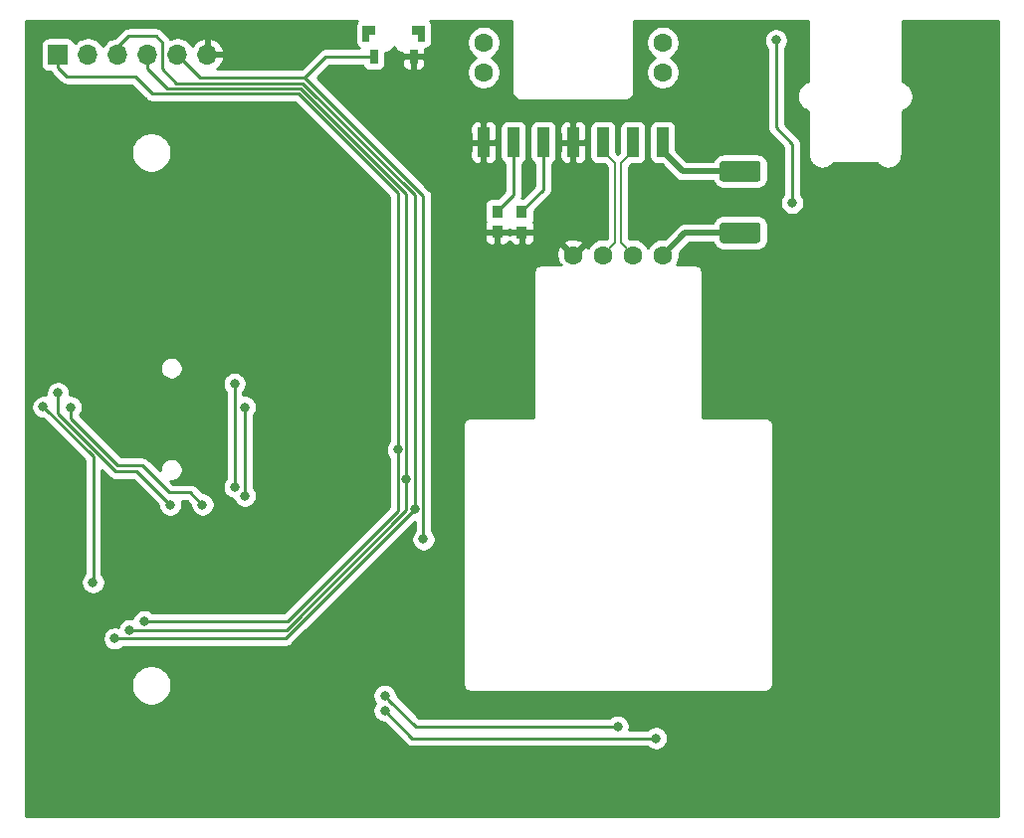
<source format=gbl>
G04 #@! TF.GenerationSoftware,KiCad,Pcbnew,(5.1.0-0)*
G04 #@! TF.CreationDate,2019-05-12T16:12:14+09:00*
G04 #@! TF.ProjectId,split_EC_left,73706c69-745f-4454-935f-6c6566742e6b,rev?*
G04 #@! TF.SameCoordinates,Original*
G04 #@! TF.FileFunction,Copper,L2,Bot*
G04 #@! TF.FilePolarity,Positive*
%FSLAX46Y46*%
G04 Gerber Fmt 4.6, Leading zero omitted, Abs format (unit mm)*
G04 Created by KiCad (PCBNEW (5.1.0-0)) date 2019-05-12 16:12:14*
%MOMM*%
%LPD*%
G04 APERTURE LIST*
%ADD10C,0.100000*%
%ADD11C,1.780000*%
%ADD12R,0.950000X1.050000*%
%ADD13C,0.700000*%
%ADD14R,0.700000X1.200000*%
%ADD15R,1.000000X2.510000*%
%ADD16C,1.600000*%
%ADD17O,1.700000X1.700000*%
%ADD18R,1.700000X1.700000*%
%ADD19C,0.800000*%
%ADD20C,1.000000*%
%ADD21C,0.250000*%
%ADD22C,0.200000*%
%ADD23C,0.500000*%
G04 APERTURE END LIST*
D10*
G36*
X134591738Y-58251646D02*
G01*
X134624914Y-58256567D01*
X134657448Y-58264716D01*
X134689026Y-58276015D01*
X134719345Y-58290355D01*
X134748112Y-58307597D01*
X134775050Y-58327576D01*
X134799901Y-58350099D01*
X134822424Y-58374950D01*
X134842403Y-58401888D01*
X134859645Y-58430655D01*
X134873985Y-58460974D01*
X134885284Y-58492552D01*
X134893433Y-58525086D01*
X134898354Y-58558262D01*
X134900000Y-58591760D01*
X134900000Y-59688240D01*
X134898354Y-59721738D01*
X134893433Y-59754914D01*
X134885284Y-59787448D01*
X134873985Y-59819026D01*
X134859645Y-59849345D01*
X134842403Y-59878112D01*
X134822424Y-59905050D01*
X134799901Y-59929901D01*
X134775050Y-59952424D01*
X134748112Y-59972403D01*
X134719345Y-59989645D01*
X134689026Y-60003985D01*
X134657448Y-60015284D01*
X134624914Y-60023433D01*
X134591738Y-60028354D01*
X134558240Y-60030000D01*
X131741760Y-60030000D01*
X131708262Y-60028354D01*
X131675086Y-60023433D01*
X131642552Y-60015284D01*
X131610974Y-60003985D01*
X131580655Y-59989645D01*
X131551888Y-59972403D01*
X131524950Y-59952424D01*
X131500099Y-59929901D01*
X131477576Y-59905050D01*
X131457597Y-59878112D01*
X131440355Y-59849345D01*
X131426015Y-59819026D01*
X131414716Y-59787448D01*
X131406567Y-59754914D01*
X131401646Y-59721738D01*
X131400000Y-59688240D01*
X131400000Y-58591760D01*
X131401646Y-58558262D01*
X131406567Y-58525086D01*
X131414716Y-58492552D01*
X131426015Y-58460974D01*
X131440355Y-58430655D01*
X131457597Y-58401888D01*
X131477576Y-58374950D01*
X131500099Y-58350099D01*
X131524950Y-58327576D01*
X131551888Y-58307597D01*
X131580655Y-58290355D01*
X131610974Y-58276015D01*
X131642552Y-58264716D01*
X131675086Y-58256567D01*
X131708262Y-58251646D01*
X131741760Y-58250000D01*
X134558240Y-58250000D01*
X134591738Y-58251646D01*
X134591738Y-58251646D01*
G37*
D11*
X133150000Y-59140000D03*
D10*
G36*
X134591738Y-53021646D02*
G01*
X134624914Y-53026567D01*
X134657448Y-53034716D01*
X134689026Y-53046015D01*
X134719345Y-53060355D01*
X134748112Y-53077597D01*
X134775050Y-53097576D01*
X134799901Y-53120099D01*
X134822424Y-53144950D01*
X134842403Y-53171888D01*
X134859645Y-53200655D01*
X134873985Y-53230974D01*
X134885284Y-53262552D01*
X134893433Y-53295086D01*
X134898354Y-53328262D01*
X134900000Y-53361760D01*
X134900000Y-54458240D01*
X134898354Y-54491738D01*
X134893433Y-54524914D01*
X134885284Y-54557448D01*
X134873985Y-54589026D01*
X134859645Y-54619345D01*
X134842403Y-54648112D01*
X134822424Y-54675050D01*
X134799901Y-54699901D01*
X134775050Y-54722424D01*
X134748112Y-54742403D01*
X134719345Y-54759645D01*
X134689026Y-54773985D01*
X134657448Y-54785284D01*
X134624914Y-54793433D01*
X134591738Y-54798354D01*
X134558240Y-54800000D01*
X131741760Y-54800000D01*
X131708262Y-54798354D01*
X131675086Y-54793433D01*
X131642552Y-54785284D01*
X131610974Y-54773985D01*
X131580655Y-54759645D01*
X131551888Y-54742403D01*
X131524950Y-54722424D01*
X131500099Y-54699901D01*
X131477576Y-54675050D01*
X131457597Y-54648112D01*
X131440355Y-54619345D01*
X131426015Y-54589026D01*
X131414716Y-54557448D01*
X131406567Y-54524914D01*
X131401646Y-54491738D01*
X131400000Y-54458240D01*
X131400000Y-53361760D01*
X131401646Y-53328262D01*
X131406567Y-53295086D01*
X131414716Y-53262552D01*
X131426015Y-53230974D01*
X131440355Y-53200655D01*
X131457597Y-53171888D01*
X131477576Y-53144950D01*
X131500099Y-53120099D01*
X131524950Y-53097576D01*
X131551888Y-53077597D01*
X131580655Y-53060355D01*
X131610974Y-53046015D01*
X131642552Y-53034716D01*
X131675086Y-53026567D01*
X131708262Y-53021646D01*
X131741760Y-53020000D01*
X134558240Y-53020000D01*
X134591738Y-53021646D01*
X134591738Y-53021646D01*
G37*
D11*
X133150000Y-53910000D03*
D12*
X112475000Y-59075000D03*
X112475000Y-57325000D03*
X114575000Y-57350000D03*
X114575000Y-59100000D03*
D13*
X105775000Y-41900000D03*
D10*
G36*
X106325000Y-42850000D02*
G01*
X105725000Y-42850000D01*
X105725000Y-42250000D01*
X105225000Y-42250000D01*
X105225000Y-41550000D01*
X106325000Y-41550000D01*
X106325000Y-42850000D01*
X106325000Y-42850000D01*
G37*
D14*
X105375000Y-44150000D03*
X101975000Y-44150000D03*
D13*
X101575000Y-41900000D03*
D10*
G36*
X102125000Y-42250000D02*
G01*
X101625000Y-42250000D01*
X101625000Y-42850000D01*
X101025000Y-42850000D01*
X101025000Y-41550000D01*
X102125000Y-41550000D01*
X102125000Y-42250000D01*
X102125000Y-42250000D01*
G37*
D15*
X126545000Y-51445000D03*
X121465000Y-51445000D03*
X116385000Y-51445000D03*
X111305000Y-51445000D03*
X124005000Y-51445000D03*
X118925000Y-51445000D03*
X113845000Y-51445000D03*
D16*
X126545000Y-45480000D03*
X126545000Y-42940000D03*
X111305000Y-45480000D03*
X111305000Y-42940000D03*
X126545000Y-45480000D03*
X126545000Y-42940000D03*
X111305000Y-45480000D03*
X111305000Y-42940000D03*
D17*
X87800000Y-43975000D03*
X85260000Y-43975000D03*
X82720000Y-43975000D03*
X80180000Y-43975000D03*
X77640000Y-43975000D03*
D18*
X75100000Y-43975000D03*
D16*
X126560000Y-61050000D03*
X124020000Y-61050000D03*
X121480000Y-61050000D03*
X118940000Y-61050000D03*
D19*
X78475000Y-93075000D03*
X88750000Y-76150000D03*
X86275000Y-87700000D03*
X94425000Y-81800000D03*
X72675000Y-41450000D03*
X72675000Y-46613461D03*
X72675000Y-51776922D03*
X72675000Y-56940383D03*
X72675000Y-62103844D03*
X72675000Y-67267305D03*
X72675000Y-72430766D03*
X72675000Y-77594227D03*
X72675000Y-82757688D03*
X72675000Y-87921149D03*
X72675000Y-93084610D03*
X72675000Y-98248071D03*
X72675000Y-103411532D03*
X72675000Y-108575000D03*
X154725000Y-46625000D03*
X154725000Y-51775000D03*
X154725000Y-56925000D03*
X154725000Y-62075000D03*
X154725000Y-67225000D03*
X154725000Y-72375000D03*
X154725000Y-77525000D03*
X154725000Y-82675000D03*
X154725000Y-87825000D03*
X154725000Y-92975000D03*
X154725000Y-98125000D03*
X154725000Y-103275000D03*
X77785000Y-108575000D03*
X82895000Y-108575000D03*
X88005000Y-108575000D03*
X93115000Y-108575000D03*
X98225000Y-108575000D03*
X103335000Y-108575000D03*
X108445000Y-108575000D03*
X113555000Y-108575000D03*
X118665000Y-108575000D03*
X123775000Y-108575000D03*
X128885000Y-108575000D03*
X133995000Y-108575000D03*
X139105000Y-108575000D03*
X144215000Y-108575000D03*
X149325000Y-108575000D03*
X154775000Y-108500000D03*
X77785000Y-41450000D03*
X84225000Y-41450000D03*
X88005000Y-41450000D03*
X93115000Y-41450000D03*
X98225000Y-41450000D03*
X108445000Y-41450000D03*
X121300000Y-58450000D03*
X121300000Y-53825000D03*
X112475000Y-54850000D03*
X115225000Y-74500000D03*
X115200000Y-70700000D03*
X115200000Y-66975000D03*
X115200000Y-63100000D03*
X117775000Y-53800000D03*
X116300000Y-57550000D03*
X124225000Y-53800000D03*
X124225000Y-58400000D03*
X126300000Y-53800000D03*
X127225000Y-58400000D03*
X98775000Y-99250000D03*
X91925000Y-99225000D03*
X80600000Y-70850000D03*
X94900000Y-60725000D03*
X97575000Y-59000000D03*
X99775000Y-57250000D03*
X94875000Y-52350000D03*
X104400000Y-52625000D03*
X105950000Y-89025000D03*
X107250000Y-86500000D03*
X97550000Y-87650000D03*
X94325000Y-87200000D03*
X90525000Y-91175000D03*
X97600000Y-93300000D03*
X113900000Y-98600000D03*
X109350000Y-98225000D03*
X109200000Y-91850000D03*
X109175000Y-94925000D03*
X86150000Y-70800000D03*
X88325000Y-70825000D03*
X85675000Y-67675000D03*
X93700000Y-54850000D03*
X77785000Y-51776922D03*
X77785000Y-56940383D03*
X77675000Y-63000000D03*
X77785000Y-67267305D03*
X92275000Y-74850000D03*
X97475000Y-80250000D03*
X87875000Y-95050000D03*
X94575000Y-94825000D03*
X104875000Y-91550000D03*
X100950000Y-96500000D03*
X154765000Y-41450000D03*
X149300000Y-45875000D03*
X149225000Y-41475000D03*
X130375000Y-74450000D03*
X77785000Y-103411532D03*
X82895000Y-103411532D03*
X88005000Y-103411532D03*
X93115000Y-103411532D03*
X98225000Y-103411532D03*
X103335000Y-103411532D03*
X108445000Y-103411532D03*
X113555000Y-103411532D03*
X118665000Y-103411532D03*
X123775000Y-103411532D03*
X128885000Y-103411532D03*
X133995000Y-103411532D03*
X139105000Y-103411532D03*
X144215000Y-103411532D03*
X149325000Y-103411532D03*
X102875000Y-62000000D03*
X129550000Y-60900000D03*
X147700000Y-53075000D03*
X150550000Y-53750000D03*
X149325000Y-98251532D03*
X149325000Y-93091532D03*
X149325000Y-87931532D03*
X149325000Y-82771532D03*
X144215000Y-98251532D03*
X144215000Y-93091532D03*
X144215000Y-87931532D03*
X139105000Y-98251532D03*
X139105000Y-93091532D03*
X130650000Y-98650000D03*
X135975000Y-98425000D03*
X136300000Y-91875000D03*
X136425000Y-75775000D03*
X130400000Y-70650000D03*
X130475000Y-66125000D03*
X136275000Y-70650000D03*
X136275000Y-66175000D03*
X129750000Y-56550000D03*
X77825000Y-98250000D03*
X91225000Y-94925000D03*
X80875000Y-41450000D03*
X78750000Y-47000000D03*
X81400000Y-49475000D03*
X88500000Y-49675000D03*
X90975000Y-48350000D03*
X95600000Y-44775000D03*
X90875000Y-44800000D03*
X97750000Y-45900000D03*
X95075000Y-48450000D03*
X101775000Y-55275000D03*
X98350000Y-51700000D03*
X85600000Y-58550000D03*
X91875000Y-59100000D03*
X88400000Y-54900000D03*
X79775000Y-58950000D03*
X81775000Y-82025000D03*
X128575000Y-48000000D03*
X134550000Y-41525000D03*
X103700000Y-45950000D03*
X113350000Y-41475000D03*
X124525000Y-41450000D03*
X128885000Y-41450000D03*
X109100000Y-48150000D03*
X113400000Y-47975000D03*
X124450000Y-48000000D03*
X133050000Y-47875000D03*
X129925000Y-50875000D03*
X76550000Y-88975000D03*
X102900000Y-82325000D03*
X105700000Y-96700000D03*
X144625000Y-59350000D03*
X140075000Y-81575000D03*
X144125000Y-77450000D03*
X144100000Y-65025000D03*
X144100000Y-70750000D03*
X147375000Y-78775000D03*
X143350000Y-82875000D03*
X139350000Y-86850000D03*
X107125000Y-55400000D03*
X107350000Y-76100000D03*
X107350000Y-70700000D03*
X107350000Y-66950000D03*
X107350000Y-63075000D03*
X107325000Y-59175000D03*
X99075000Y-72075000D03*
X101650000Y-83625000D03*
X99100000Y-77850000D03*
X89175000Y-79650000D03*
X76550000Y-84600000D03*
X76550000Y-80325000D03*
X147425000Y-65000000D03*
X147350010Y-59400000D03*
X147450000Y-72325000D03*
X135736452Y-61463548D03*
D20*
X137550000Y-59175000D03*
D19*
X137700000Y-45700000D03*
X99025000Y-61575000D03*
X109400000Y-51325000D03*
X95775000Y-65050000D03*
X102850000Y-75150000D03*
X101600000Y-71050000D03*
X102875000Y-57750000D03*
X102875000Y-66125000D03*
X99300000Y-85975000D03*
X94175000Y-91000000D03*
X73850082Y-73975000D03*
X78090681Y-88925000D03*
X122725000Y-101200000D03*
X102900000Y-98575000D03*
X102900002Y-99850000D03*
X125975000Y-102200000D03*
X104750000Y-80175000D03*
X81200000Y-92975000D03*
X82450000Y-92250000D03*
X104025000Y-77625000D03*
X105475000Y-82671154D03*
X79925000Y-93700000D03*
X90125000Y-72000000D03*
X90125002Y-80800000D03*
X84650000Y-82300000D03*
X75100006Y-72800010D03*
X91000000Y-73999998D03*
X91000000Y-81549996D03*
X87400000Y-82300000D03*
X76175000Y-74000000D03*
X106200000Y-85250000D03*
X137575000Y-56600000D03*
X136200000Y-42750002D03*
D21*
X78100000Y-78224918D02*
X78100000Y-88915681D01*
X78100000Y-88915681D02*
X78090681Y-88925000D01*
X73850082Y-73975000D02*
X78100000Y-78224918D01*
X103299999Y-98974999D02*
X102900000Y-98575000D01*
X105525000Y-101200000D02*
X103299999Y-98974999D01*
X122725000Y-101200000D02*
X105525000Y-101200000D01*
X125409315Y-102200000D02*
X125975000Y-102200000D01*
X105250002Y-102200000D02*
X125409315Y-102200000D01*
X102900002Y-99850000D02*
X105250002Y-102200000D01*
X84392908Y-46849989D02*
X95738579Y-46849989D01*
X95738579Y-46849989D02*
X104750000Y-55861410D01*
X82720000Y-45177081D02*
X84392908Y-46849989D01*
X104750000Y-55861410D02*
X104750000Y-80175000D01*
X82720000Y-43975000D02*
X82720000Y-45177081D01*
X104750000Y-82763590D02*
X104750000Y-80175000D01*
X94538590Y-92975000D02*
X104750000Y-82763590D01*
X81200000Y-92975000D02*
X94538590Y-92975000D01*
X75100000Y-45075000D02*
X75100000Y-43975000D01*
X81675000Y-45825000D02*
X75850000Y-45825000D01*
X82450000Y-92250000D02*
X94627180Y-92250000D01*
X94627180Y-92250000D02*
X104025000Y-82852180D01*
X95550000Y-47300000D02*
X83150000Y-47300000D01*
X104025000Y-82852180D02*
X104025000Y-55775000D01*
X104025000Y-55775000D02*
X95550000Y-47300000D01*
X83150000Y-47300000D02*
X81675000Y-45825000D01*
X75850000Y-45825000D02*
X75100000Y-45075000D01*
X105475000Y-82675000D02*
X105475000Y-82671154D01*
X94450000Y-93700000D02*
X105475000Y-82675000D01*
X79925000Y-93700000D02*
X94450000Y-93700000D01*
X105475000Y-82601988D02*
X105475000Y-82671154D01*
X105475000Y-55950000D02*
X105475000Y-82601988D01*
X95924978Y-46399978D02*
X105475000Y-55950000D01*
X85174978Y-46399978D02*
X95924978Y-46399978D01*
X81125000Y-42400000D02*
X83450000Y-42400000D01*
X83975000Y-45200000D02*
X85174978Y-46399978D01*
X83975000Y-42925000D02*
X83975000Y-45200000D01*
X80180000Y-43345000D02*
X81125000Y-42400000D01*
X83450000Y-42400000D02*
X83975000Y-42925000D01*
X80180000Y-43975000D02*
X80180000Y-43345000D01*
X90125000Y-80799998D02*
X90125002Y-80800000D01*
X90125000Y-72000000D02*
X90125000Y-80799998D01*
X75100006Y-73365695D02*
X75100006Y-72800010D01*
X75100006Y-74575006D02*
X75100006Y-73365695D01*
X81800000Y-79450000D02*
X79975000Y-79450000D01*
X79975000Y-79450000D02*
X75100006Y-74575006D01*
X84650000Y-82300000D02*
X81800000Y-79450000D01*
X91000000Y-73999998D02*
X91000000Y-74565683D01*
X91000000Y-74565683D02*
X91000000Y-81549996D01*
X76175000Y-74000000D02*
X76175000Y-74025000D01*
X76175000Y-74950000D02*
X76175000Y-74000000D01*
X86375000Y-81275000D02*
X84575000Y-81275000D01*
X80200000Y-78975000D02*
X76175000Y-74950000D01*
X82275000Y-78975000D02*
X80200000Y-78975000D01*
X84575000Y-81275000D02*
X82275000Y-78975000D01*
X87400000Y-82300000D02*
X86375000Y-81275000D01*
D22*
X122525000Y-60005000D02*
X122525000Y-53250000D01*
X121480000Y-61050000D02*
X122525000Y-60005000D01*
X121465000Y-52190000D02*
X122525000Y-53250000D01*
X121465000Y-51445000D02*
X121465000Y-52190000D01*
D21*
X114575000Y-57300000D02*
X116400000Y-55475000D01*
X114575000Y-57350000D02*
X114575000Y-57300000D01*
X116400000Y-55475000D02*
X116400000Y-51450000D01*
D22*
X122975000Y-60005000D02*
X122975000Y-53250000D01*
X124020000Y-61050000D02*
X122975000Y-60005000D01*
X124005000Y-52220000D02*
X122975000Y-53250000D01*
X124005000Y-51445000D02*
X124005000Y-52220000D01*
D21*
X113845000Y-51445000D02*
X113845000Y-55930000D01*
X113845000Y-55930000D02*
X112475000Y-57300000D01*
X101975000Y-44150000D02*
X101950000Y-44150000D01*
X87210000Y-45925000D02*
X96100000Y-45925000D01*
X85260000Y-43975000D02*
X87210000Y-45925000D01*
X97875000Y-44150000D02*
X96100000Y-45925000D01*
X101975000Y-44150000D02*
X97875000Y-44150000D01*
X106200000Y-56025000D02*
X96100000Y-45925000D01*
X106200000Y-85250000D02*
X106200000Y-56025000D01*
D23*
X128460000Y-59150000D02*
X133150000Y-59150000D01*
X126560000Y-61050000D02*
X128460000Y-59150000D01*
X128250000Y-53900000D02*
X133150000Y-53900000D01*
X126545000Y-52195000D02*
X128250000Y-53900000D01*
X126545000Y-51445000D02*
X126545000Y-52195000D01*
D21*
X136200000Y-43315687D02*
X136200000Y-42750002D01*
X136200000Y-50200000D02*
X136200000Y-43315687D01*
X137575000Y-51575000D02*
X136200000Y-50200000D01*
X137575000Y-56600000D02*
X137575000Y-51575000D01*
G36*
X100502817Y-41201089D02*
G01*
X100444781Y-41309666D01*
X100409043Y-41427479D01*
X100396976Y-41550000D01*
X100396976Y-42850000D01*
X100409043Y-42972521D01*
X100444781Y-43090334D01*
X100502817Y-43198911D01*
X100580920Y-43294080D01*
X100676089Y-43372183D01*
X100728131Y-43400000D01*
X97911827Y-43400000D01*
X97874999Y-43396373D01*
X97838172Y-43400000D01*
X97838165Y-43400000D01*
X97727974Y-43410853D01*
X97586599Y-43453739D01*
X97456307Y-43523381D01*
X97342105Y-43617105D01*
X97318626Y-43645714D01*
X95789341Y-45175000D01*
X88646376Y-45175000D01*
X88794383Y-45064423D01*
X88987812Y-44849496D01*
X89135594Y-44600962D01*
X89232050Y-44328373D01*
X89113449Y-44100000D01*
X87925000Y-44100000D01*
X87925000Y-44120000D01*
X87675000Y-44120000D01*
X87675000Y-44100000D01*
X87655000Y-44100000D01*
X87655000Y-43850000D01*
X87675000Y-43850000D01*
X87675000Y-42662188D01*
X87925000Y-42662188D01*
X87925000Y-43850000D01*
X89113449Y-43850000D01*
X89232050Y-43621627D01*
X89135594Y-43349038D01*
X88987812Y-43100504D01*
X88794383Y-42885577D01*
X88562740Y-42712515D01*
X88301786Y-42587970D01*
X88153372Y-42542955D01*
X87925000Y-42662188D01*
X87675000Y-42662188D01*
X87446628Y-42542955D01*
X87298214Y-42587970D01*
X87037260Y-42712515D01*
X86805617Y-42885577D01*
X86612188Y-43100504D01*
X86534706Y-43230810D01*
X86492351Y-43151569D01*
X86308028Y-42926972D01*
X86083431Y-42742649D01*
X85827189Y-42605685D01*
X85549150Y-42521343D01*
X85332452Y-42500000D01*
X85187548Y-42500000D01*
X84970850Y-42521343D01*
X84692811Y-42605685D01*
X84663198Y-42621514D01*
X84601619Y-42506307D01*
X84507895Y-42392105D01*
X84479287Y-42368627D01*
X84006378Y-41895719D01*
X83982895Y-41867105D01*
X83868693Y-41773381D01*
X83738401Y-41703739D01*
X83597026Y-41660853D01*
X83486835Y-41650000D01*
X83486827Y-41650000D01*
X83450000Y-41646373D01*
X83413173Y-41650000D01*
X81161828Y-41650000D01*
X81125000Y-41646373D01*
X81088172Y-41650000D01*
X81088165Y-41650000D01*
X80977974Y-41660853D01*
X80836599Y-41703739D01*
X80706307Y-41773381D01*
X80592105Y-41867105D01*
X80568626Y-41895714D01*
X79948695Y-42515646D01*
X79890850Y-42521343D01*
X79612811Y-42605685D01*
X79356569Y-42742649D01*
X79131972Y-42926972D01*
X78947649Y-43151569D01*
X78910000Y-43222005D01*
X78872351Y-43151569D01*
X78688028Y-42926972D01*
X78463431Y-42742649D01*
X78207189Y-42605685D01*
X77929150Y-42521343D01*
X77712452Y-42500000D01*
X77567548Y-42500000D01*
X77350850Y-42521343D01*
X77072811Y-42605685D01*
X76816569Y-42742649D01*
X76591972Y-42926972D01*
X76556254Y-42970494D01*
X76530219Y-42884666D01*
X76472183Y-42776089D01*
X76394080Y-42680920D01*
X76298911Y-42602817D01*
X76190334Y-42544781D01*
X76072521Y-42509043D01*
X75950000Y-42496976D01*
X74250000Y-42496976D01*
X74127479Y-42509043D01*
X74009666Y-42544781D01*
X73901089Y-42602817D01*
X73805920Y-42680920D01*
X73727817Y-42776089D01*
X73669781Y-42884666D01*
X73634043Y-43002479D01*
X73621976Y-43125000D01*
X73621976Y-44825000D01*
X73634043Y-44947521D01*
X73669781Y-45065334D01*
X73727817Y-45173911D01*
X73805920Y-45269080D01*
X73901089Y-45347183D01*
X74009666Y-45405219D01*
X74127479Y-45440957D01*
X74250000Y-45453024D01*
X74451644Y-45453024D01*
X74473381Y-45493692D01*
X74567105Y-45607895D01*
X74595719Y-45631378D01*
X75293626Y-46329286D01*
X75317105Y-46357895D01*
X75431307Y-46451619D01*
X75552353Y-46516319D01*
X75561599Y-46521261D01*
X75702973Y-46564147D01*
X75713208Y-46565155D01*
X75813165Y-46575000D01*
X75813171Y-46575000D01*
X75849999Y-46578627D01*
X75886827Y-46575000D01*
X81364341Y-46575000D01*
X82593626Y-47804286D01*
X82617105Y-47832895D01*
X82645714Y-47856374D01*
X82645716Y-47856376D01*
X82654717Y-47863763D01*
X82731307Y-47926619D01*
X82861599Y-47996261D01*
X83002974Y-48039147D01*
X83113165Y-48050000D01*
X83113172Y-48050000D01*
X83149999Y-48053627D01*
X83186827Y-48050000D01*
X95239341Y-48050000D01*
X103275001Y-56085661D01*
X103275000Y-76925430D01*
X103228830Y-76971600D01*
X103116656Y-77139480D01*
X103039390Y-77326018D01*
X103000000Y-77524046D01*
X103000000Y-77725954D01*
X103039390Y-77923982D01*
X103116656Y-78110520D01*
X103228830Y-78278400D01*
X103275000Y-78324570D01*
X103275000Y-82541520D01*
X94316521Y-91500000D01*
X83149570Y-91500000D01*
X83103400Y-91453830D01*
X82935520Y-91341656D01*
X82748982Y-91264390D01*
X82550954Y-91225000D01*
X82349046Y-91225000D01*
X82151018Y-91264390D01*
X81964480Y-91341656D01*
X81796600Y-91453830D01*
X81653830Y-91596600D01*
X81541656Y-91764480D01*
X81464390Y-91951018D01*
X81458364Y-91981311D01*
X81300954Y-91950000D01*
X81099046Y-91950000D01*
X80901018Y-91989390D01*
X80714480Y-92066656D01*
X80546600Y-92178830D01*
X80403830Y-92321600D01*
X80291656Y-92489480D01*
X80214390Y-92676018D01*
X80207413Y-92711094D01*
X80025954Y-92675000D01*
X79824046Y-92675000D01*
X79626018Y-92714390D01*
X79439480Y-92791656D01*
X79271600Y-92903830D01*
X79128830Y-93046600D01*
X79016656Y-93214480D01*
X78939390Y-93401018D01*
X78900000Y-93599046D01*
X78900000Y-93800954D01*
X78939390Y-93998982D01*
X79016656Y-94185520D01*
X79128830Y-94353400D01*
X79271600Y-94496170D01*
X79439480Y-94608344D01*
X79626018Y-94685610D01*
X79824046Y-94725000D01*
X80025954Y-94725000D01*
X80223982Y-94685610D01*
X80410520Y-94608344D01*
X80578400Y-94496170D01*
X80624570Y-94450000D01*
X94413173Y-94450000D01*
X94450000Y-94453627D01*
X94486827Y-94450000D01*
X94486835Y-94450000D01*
X94597026Y-94439147D01*
X94738401Y-94396261D01*
X94868693Y-94326619D01*
X94982895Y-94232895D01*
X95006379Y-94204280D01*
X105450000Y-83760660D01*
X105450000Y-84550430D01*
X105403830Y-84596600D01*
X105291656Y-84764480D01*
X105214390Y-84951018D01*
X105175000Y-85149046D01*
X105175000Y-85350954D01*
X105214390Y-85548982D01*
X105291656Y-85735520D01*
X105403830Y-85903400D01*
X105546600Y-86046170D01*
X105714480Y-86158344D01*
X105901018Y-86235610D01*
X106099046Y-86275000D01*
X106300954Y-86275000D01*
X106498982Y-86235610D01*
X106685520Y-86158344D01*
X106853400Y-86046170D01*
X106996170Y-85903400D01*
X107108344Y-85735520D01*
X107185610Y-85548982D01*
X107225000Y-85350954D01*
X107225000Y-85149046D01*
X107185610Y-84951018D01*
X107108344Y-84764480D01*
X106996170Y-84596600D01*
X106950000Y-84550430D01*
X106950000Y-75550000D01*
X109546613Y-75550000D01*
X109550001Y-75584400D01*
X109550000Y-97515610D01*
X109546613Y-97550000D01*
X109560128Y-97687224D01*
X109600155Y-97819175D01*
X109665155Y-97940781D01*
X109752630Y-98047370D01*
X109859219Y-98134845D01*
X109980825Y-98199845D01*
X110112776Y-98239872D01*
X110250000Y-98253387D01*
X110284390Y-98250000D01*
X135215610Y-98250000D01*
X135250000Y-98253387D01*
X135284390Y-98250000D01*
X135387224Y-98239872D01*
X135519175Y-98199845D01*
X135640781Y-98134845D01*
X135747370Y-98047370D01*
X135834845Y-97940781D01*
X135899845Y-97819175D01*
X135939872Y-97687224D01*
X135953387Y-97550000D01*
X135950000Y-97515610D01*
X135950000Y-75584389D01*
X135953387Y-75550000D01*
X135939872Y-75412776D01*
X135899845Y-75280825D01*
X135834845Y-75159219D01*
X135747370Y-75052630D01*
X135640781Y-74965155D01*
X135519175Y-74900155D01*
X135387224Y-74860128D01*
X135284390Y-74850000D01*
X135250000Y-74846613D01*
X135215610Y-74850000D01*
X129950000Y-74850000D01*
X129950000Y-62584390D01*
X129953387Y-62550000D01*
X129939872Y-62412776D01*
X129899845Y-62280825D01*
X129834845Y-62159219D01*
X129747370Y-62052630D01*
X129640781Y-61965155D01*
X129519175Y-61900155D01*
X129387224Y-61860128D01*
X129284390Y-61850000D01*
X129250000Y-61846613D01*
X129215610Y-61850000D01*
X127739291Y-61850000D01*
X127822819Y-61724991D01*
X127930238Y-61465657D01*
X127985000Y-61190350D01*
X127985000Y-60909650D01*
X127977167Y-60870270D01*
X128822437Y-60025000D01*
X130835373Y-60025000D01*
X130845796Y-60059360D01*
X130935414Y-60227023D01*
X131056019Y-60373981D01*
X131202977Y-60494586D01*
X131370640Y-60584204D01*
X131552565Y-60639390D01*
X131741760Y-60658024D01*
X134558240Y-60658024D01*
X134747435Y-60639390D01*
X134929360Y-60584204D01*
X135097023Y-60494586D01*
X135243981Y-60373981D01*
X135364586Y-60227023D01*
X135454204Y-60059360D01*
X135509390Y-59877435D01*
X135528024Y-59688240D01*
X135528024Y-58591760D01*
X135509390Y-58402565D01*
X135454204Y-58220640D01*
X135364586Y-58052977D01*
X135243981Y-57906019D01*
X135097023Y-57785414D01*
X134929360Y-57695796D01*
X134747435Y-57640610D01*
X134558240Y-57621976D01*
X131741760Y-57621976D01*
X131552565Y-57640610D01*
X131370640Y-57695796D01*
X131202977Y-57785414D01*
X131056019Y-57906019D01*
X130935414Y-58052977D01*
X130845796Y-58220640D01*
X130829306Y-58275000D01*
X128502979Y-58275000D01*
X128460000Y-58270767D01*
X128417021Y-58275000D01*
X128288470Y-58287661D01*
X128123532Y-58337695D01*
X127971524Y-58418944D01*
X127838288Y-58528288D01*
X127810888Y-58561675D01*
X126739730Y-59632833D01*
X126700350Y-59625000D01*
X126419650Y-59625000D01*
X126144343Y-59679762D01*
X125885009Y-59787181D01*
X125651615Y-59943130D01*
X125453130Y-60141615D01*
X125297181Y-60375009D01*
X125290000Y-60392346D01*
X125282819Y-60375009D01*
X125126870Y-60141615D01*
X124928385Y-59943130D01*
X124694991Y-59787181D01*
X124435657Y-59679762D01*
X124160350Y-59625000D01*
X123879650Y-59625000D01*
X123700000Y-59660735D01*
X123700000Y-53550304D01*
X123922280Y-53328024D01*
X124505000Y-53328024D01*
X124627521Y-53315957D01*
X124745334Y-53280219D01*
X124853911Y-53222183D01*
X124949080Y-53144080D01*
X125027183Y-53048911D01*
X125085219Y-52940334D01*
X125120957Y-52822521D01*
X125133024Y-52700000D01*
X125133024Y-50190000D01*
X125416976Y-50190000D01*
X125416976Y-52700000D01*
X125429043Y-52822521D01*
X125464781Y-52940334D01*
X125522817Y-53048911D01*
X125600920Y-53144080D01*
X125696089Y-53222183D01*
X125804666Y-53280219D01*
X125922479Y-53315957D01*
X126045000Y-53328024D01*
X126440588Y-53328024D01*
X127600888Y-54488325D01*
X127628288Y-54521712D01*
X127761524Y-54631056D01*
X127913532Y-54712305D01*
X128078469Y-54762339D01*
X128249999Y-54779233D01*
X128292978Y-54775000D01*
X130829306Y-54775000D01*
X130845796Y-54829360D01*
X130935414Y-54997023D01*
X131056019Y-55143981D01*
X131202977Y-55264586D01*
X131370640Y-55354204D01*
X131552565Y-55409390D01*
X131741760Y-55428024D01*
X134558240Y-55428024D01*
X134747435Y-55409390D01*
X134929360Y-55354204D01*
X135097023Y-55264586D01*
X135243981Y-55143981D01*
X135364586Y-54997023D01*
X135454204Y-54829360D01*
X135509390Y-54647435D01*
X135528024Y-54458240D01*
X135528024Y-53361760D01*
X135509390Y-53172565D01*
X135454204Y-52990640D01*
X135364586Y-52822977D01*
X135243981Y-52676019D01*
X135097023Y-52555414D01*
X134929360Y-52465796D01*
X134747435Y-52410610D01*
X134558240Y-52391976D01*
X131741760Y-52391976D01*
X131552565Y-52410610D01*
X131370640Y-52465796D01*
X131202977Y-52555414D01*
X131056019Y-52676019D01*
X130935414Y-52822977D01*
X130845796Y-52990640D01*
X130835373Y-53025000D01*
X128612437Y-53025000D01*
X127673024Y-52085588D01*
X127673024Y-50190000D01*
X127660957Y-50067479D01*
X127625219Y-49949666D01*
X127567183Y-49841089D01*
X127489080Y-49745920D01*
X127393911Y-49667817D01*
X127285334Y-49609781D01*
X127167521Y-49574043D01*
X127045000Y-49561976D01*
X126045000Y-49561976D01*
X125922479Y-49574043D01*
X125804666Y-49609781D01*
X125696089Y-49667817D01*
X125600920Y-49745920D01*
X125522817Y-49841089D01*
X125464781Y-49949666D01*
X125429043Y-50067479D01*
X125416976Y-50190000D01*
X125133024Y-50190000D01*
X125120957Y-50067479D01*
X125085219Y-49949666D01*
X125027183Y-49841089D01*
X124949080Y-49745920D01*
X124853911Y-49667817D01*
X124745334Y-49609781D01*
X124627521Y-49574043D01*
X124505000Y-49561976D01*
X123505000Y-49561976D01*
X123382479Y-49574043D01*
X123264666Y-49609781D01*
X123156089Y-49667817D01*
X123060920Y-49745920D01*
X122982817Y-49841089D01*
X122924781Y-49949666D01*
X122889043Y-50067479D01*
X122876976Y-50190000D01*
X122876976Y-52322720D01*
X122750000Y-52449695D01*
X122593024Y-52292719D01*
X122593024Y-50190000D01*
X122580957Y-50067479D01*
X122545219Y-49949666D01*
X122487183Y-49841089D01*
X122409080Y-49745920D01*
X122313911Y-49667817D01*
X122205334Y-49609781D01*
X122087521Y-49574043D01*
X121965000Y-49561976D01*
X120965000Y-49561976D01*
X120842479Y-49574043D01*
X120724666Y-49609781D01*
X120616089Y-49667817D01*
X120520920Y-49745920D01*
X120442817Y-49841089D01*
X120384781Y-49949666D01*
X120349043Y-50067479D01*
X120336976Y-50190000D01*
X120336976Y-52700000D01*
X120349043Y-52822521D01*
X120384781Y-52940334D01*
X120442817Y-53048911D01*
X120520920Y-53144080D01*
X120616089Y-53222183D01*
X120724666Y-53280219D01*
X120842479Y-53315957D01*
X120965000Y-53328024D01*
X121577719Y-53328024D01*
X121800001Y-53550306D01*
X121800000Y-59660735D01*
X121620350Y-59625000D01*
X121339650Y-59625000D01*
X121064343Y-59679762D01*
X120805009Y-59787181D01*
X120571615Y-59943130D01*
X120373130Y-60141615D01*
X120217181Y-60375009D01*
X120210024Y-60392288D01*
X120167479Y-60312693D01*
X119926065Y-60240712D01*
X119116777Y-61050000D01*
X119130919Y-61064142D01*
X118954142Y-61240919D01*
X118940000Y-61226777D01*
X118925858Y-61240919D01*
X118749081Y-61064142D01*
X118763223Y-61050000D01*
X117953935Y-60240712D01*
X117712521Y-60312693D01*
X117592265Y-60566330D01*
X117523802Y-60838553D01*
X117509763Y-61118903D01*
X117550686Y-61396604D01*
X117645000Y-61660986D01*
X117712521Y-61787307D01*
X117922784Y-61850000D01*
X116284390Y-61850000D01*
X116250000Y-61846613D01*
X116215610Y-61850000D01*
X116112776Y-61860128D01*
X115980825Y-61900155D01*
X115859219Y-61965155D01*
X115752630Y-62052630D01*
X115665155Y-62159219D01*
X115600155Y-62280825D01*
X115560128Y-62412776D01*
X115546613Y-62550000D01*
X115550001Y-62584400D01*
X115550000Y-74850000D01*
X110284390Y-74850000D01*
X110250000Y-74846613D01*
X110215610Y-74850000D01*
X110112776Y-74860128D01*
X109980825Y-74900155D01*
X109859219Y-74965155D01*
X109752630Y-75052630D01*
X109665155Y-75159219D01*
X109600155Y-75280825D01*
X109560128Y-75412776D01*
X109546613Y-75550000D01*
X106950000Y-75550000D01*
X106950000Y-59600000D01*
X111371976Y-59600000D01*
X111384043Y-59722521D01*
X111419781Y-59840334D01*
X111477817Y-59948911D01*
X111555920Y-60044080D01*
X111651089Y-60122183D01*
X111759666Y-60180219D01*
X111877479Y-60215957D01*
X112000000Y-60228024D01*
X112193750Y-60225000D01*
X112350000Y-60068750D01*
X112350000Y-59200000D01*
X112600000Y-59200000D01*
X112600000Y-60068750D01*
X112756250Y-60225000D01*
X112950000Y-60228024D01*
X113072521Y-60215957D01*
X113190334Y-60180219D01*
X113298911Y-60122183D01*
X113394080Y-60044080D01*
X113472183Y-59948911D01*
X113518722Y-59861843D01*
X113519781Y-59865334D01*
X113577817Y-59973911D01*
X113655920Y-60069080D01*
X113751089Y-60147183D01*
X113859666Y-60205219D01*
X113977479Y-60240957D01*
X114100000Y-60253024D01*
X114293750Y-60250000D01*
X114450000Y-60093750D01*
X114450000Y-59225000D01*
X114700000Y-59225000D01*
X114700000Y-60093750D01*
X114856250Y-60250000D01*
X115050000Y-60253024D01*
X115172521Y-60240957D01*
X115290334Y-60205219D01*
X115398911Y-60147183D01*
X115494080Y-60069080D01*
X115498302Y-60063935D01*
X118130712Y-60063935D01*
X118940000Y-60873223D01*
X119749288Y-60063935D01*
X119677307Y-59822521D01*
X119423670Y-59702265D01*
X119151447Y-59633802D01*
X118871097Y-59619763D01*
X118593396Y-59660686D01*
X118329014Y-59755000D01*
X118202693Y-59822521D01*
X118130712Y-60063935D01*
X115498302Y-60063935D01*
X115572183Y-59973911D01*
X115630219Y-59865334D01*
X115665957Y-59747521D01*
X115678024Y-59625000D01*
X115675000Y-59381250D01*
X115518750Y-59225000D01*
X114700000Y-59225000D01*
X114450000Y-59225000D01*
X113631250Y-59225000D01*
X113537500Y-59318750D01*
X113418750Y-59200000D01*
X112600000Y-59200000D01*
X112350000Y-59200000D01*
X111531250Y-59200000D01*
X111375000Y-59356250D01*
X111371976Y-59600000D01*
X106950000Y-59600000D01*
X106950000Y-56800000D01*
X111371976Y-56800000D01*
X111371976Y-57850000D01*
X111384043Y-57972521D01*
X111419781Y-58090334D01*
X111477817Y-58198911D01*
X111478711Y-58200000D01*
X111477817Y-58201089D01*
X111419781Y-58309666D01*
X111384043Y-58427479D01*
X111371976Y-58550000D01*
X111375000Y-58793750D01*
X111531250Y-58950000D01*
X112350000Y-58950000D01*
X112350000Y-58930000D01*
X112600000Y-58930000D01*
X112600000Y-58950000D01*
X113418750Y-58950000D01*
X113512500Y-58856250D01*
X113631250Y-58975000D01*
X114450000Y-58975000D01*
X114450000Y-58955000D01*
X114700000Y-58955000D01*
X114700000Y-58975000D01*
X115518750Y-58975000D01*
X115675000Y-58818750D01*
X115678024Y-58575000D01*
X115665957Y-58452479D01*
X115630219Y-58334666D01*
X115572183Y-58226089D01*
X115571289Y-58225000D01*
X115572183Y-58223911D01*
X115630219Y-58115334D01*
X115665957Y-57997521D01*
X115678024Y-57875000D01*
X115678024Y-57257635D01*
X116904287Y-56031373D01*
X116932895Y-56007895D01*
X116966593Y-55966835D01*
X117026619Y-55893693D01*
X117096261Y-55763401D01*
X117139147Y-55622026D01*
X117140695Y-55606307D01*
X117150000Y-55511835D01*
X117150000Y-55511828D01*
X117153627Y-55475000D01*
X117150000Y-55438172D01*
X117150000Y-53267035D01*
X117233911Y-53222183D01*
X117329080Y-53144080D01*
X117407183Y-53048911D01*
X117465219Y-52940334D01*
X117500957Y-52822521D01*
X117513024Y-52700000D01*
X117796976Y-52700000D01*
X117809043Y-52822521D01*
X117844781Y-52940334D01*
X117902817Y-53048911D01*
X117980920Y-53144080D01*
X118076089Y-53222183D01*
X118184666Y-53280219D01*
X118302479Y-53315957D01*
X118425000Y-53328024D01*
X118643750Y-53325000D01*
X118800000Y-53168750D01*
X118800000Y-51570000D01*
X119050000Y-51570000D01*
X119050000Y-53168750D01*
X119206250Y-53325000D01*
X119425000Y-53328024D01*
X119547521Y-53315957D01*
X119665334Y-53280219D01*
X119773911Y-53222183D01*
X119869080Y-53144080D01*
X119947183Y-53048911D01*
X120005219Y-52940334D01*
X120040957Y-52822521D01*
X120053024Y-52700000D01*
X120050000Y-51726250D01*
X119893750Y-51570000D01*
X119050000Y-51570000D01*
X118800000Y-51570000D01*
X117956250Y-51570000D01*
X117800000Y-51726250D01*
X117796976Y-52700000D01*
X117513024Y-52700000D01*
X117513024Y-50190000D01*
X117796976Y-50190000D01*
X117800000Y-51163750D01*
X117956250Y-51320000D01*
X118800000Y-51320000D01*
X118800000Y-49721250D01*
X119050000Y-49721250D01*
X119050000Y-51320000D01*
X119893750Y-51320000D01*
X120050000Y-51163750D01*
X120053024Y-50190000D01*
X120040957Y-50067479D01*
X120005219Y-49949666D01*
X119947183Y-49841089D01*
X119869080Y-49745920D01*
X119773911Y-49667817D01*
X119665334Y-49609781D01*
X119547521Y-49574043D01*
X119425000Y-49561976D01*
X119206250Y-49565000D01*
X119050000Y-49721250D01*
X118800000Y-49721250D01*
X118643750Y-49565000D01*
X118425000Y-49561976D01*
X118302479Y-49574043D01*
X118184666Y-49609781D01*
X118076089Y-49667817D01*
X117980920Y-49745920D01*
X117902817Y-49841089D01*
X117844781Y-49949666D01*
X117809043Y-50067479D01*
X117796976Y-50190000D01*
X117513024Y-50190000D01*
X117500957Y-50067479D01*
X117465219Y-49949666D01*
X117407183Y-49841089D01*
X117329080Y-49745920D01*
X117233911Y-49667817D01*
X117125334Y-49609781D01*
X117007521Y-49574043D01*
X116885000Y-49561976D01*
X115885000Y-49561976D01*
X115762479Y-49574043D01*
X115644666Y-49609781D01*
X115536089Y-49667817D01*
X115440920Y-49745920D01*
X115362817Y-49841089D01*
X115304781Y-49949666D01*
X115269043Y-50067479D01*
X115256976Y-50190000D01*
X115256976Y-52700000D01*
X115269043Y-52822521D01*
X115304781Y-52940334D01*
X115362817Y-53048911D01*
X115440920Y-53144080D01*
X115536089Y-53222183D01*
X115644666Y-53280219D01*
X115650001Y-53281837D01*
X115650000Y-55164340D01*
X114617365Y-56196976D01*
X114547760Y-56196976D01*
X114584147Y-56077026D01*
X114589271Y-56025000D01*
X114595000Y-55966835D01*
X114595000Y-55966828D01*
X114598627Y-55930000D01*
X114595000Y-55893172D01*
X114595000Y-53275052D01*
X114693911Y-53222183D01*
X114789080Y-53144080D01*
X114867183Y-53048911D01*
X114925219Y-52940334D01*
X114960957Y-52822521D01*
X114973024Y-52700000D01*
X114973024Y-50190000D01*
X114960957Y-50067479D01*
X114925219Y-49949666D01*
X114867183Y-49841089D01*
X114789080Y-49745920D01*
X114693911Y-49667817D01*
X114585334Y-49609781D01*
X114467521Y-49574043D01*
X114345000Y-49561976D01*
X113345000Y-49561976D01*
X113222479Y-49574043D01*
X113104666Y-49609781D01*
X112996089Y-49667817D01*
X112900920Y-49745920D01*
X112822817Y-49841089D01*
X112764781Y-49949666D01*
X112729043Y-50067479D01*
X112716976Y-50190000D01*
X112716976Y-52700000D01*
X112729043Y-52822521D01*
X112764781Y-52940334D01*
X112822817Y-53048911D01*
X112900920Y-53144080D01*
X112996089Y-53222183D01*
X113095000Y-53275053D01*
X113095001Y-55619339D01*
X112542365Y-56171976D01*
X112000000Y-56171976D01*
X111877479Y-56184043D01*
X111759666Y-56219781D01*
X111651089Y-56277817D01*
X111555920Y-56355920D01*
X111477817Y-56451089D01*
X111419781Y-56559666D01*
X111384043Y-56677479D01*
X111371976Y-56800000D01*
X106950000Y-56800000D01*
X106950000Y-56061827D01*
X106953627Y-56025000D01*
X106950000Y-55988172D01*
X106950000Y-55988165D01*
X106939147Y-55877974D01*
X106896261Y-55736599D01*
X106826619Y-55606307D01*
X106774529Y-55542835D01*
X106756376Y-55520716D01*
X106756374Y-55520714D01*
X106732895Y-55492105D01*
X106704286Y-55468626D01*
X103935660Y-52700000D01*
X110176976Y-52700000D01*
X110189043Y-52822521D01*
X110224781Y-52940334D01*
X110282817Y-53048911D01*
X110360920Y-53144080D01*
X110456089Y-53222183D01*
X110564666Y-53280219D01*
X110682479Y-53315957D01*
X110805000Y-53328024D01*
X111023750Y-53325000D01*
X111180000Y-53168750D01*
X111180000Y-51570000D01*
X111430000Y-51570000D01*
X111430000Y-53168750D01*
X111586250Y-53325000D01*
X111805000Y-53328024D01*
X111927521Y-53315957D01*
X112045334Y-53280219D01*
X112153911Y-53222183D01*
X112249080Y-53144080D01*
X112327183Y-53048911D01*
X112385219Y-52940334D01*
X112420957Y-52822521D01*
X112433024Y-52700000D01*
X112430000Y-51726250D01*
X112273750Y-51570000D01*
X111430000Y-51570000D01*
X111180000Y-51570000D01*
X110336250Y-51570000D01*
X110180000Y-51726250D01*
X110176976Y-52700000D01*
X103935660Y-52700000D01*
X101425660Y-50190000D01*
X110176976Y-50190000D01*
X110180000Y-51163750D01*
X110336250Y-51320000D01*
X111180000Y-51320000D01*
X111180000Y-49721250D01*
X111430000Y-49721250D01*
X111430000Y-51320000D01*
X112273750Y-51320000D01*
X112430000Y-51163750D01*
X112433024Y-50190000D01*
X112420957Y-50067479D01*
X112385219Y-49949666D01*
X112327183Y-49841089D01*
X112249080Y-49745920D01*
X112153911Y-49667817D01*
X112045334Y-49609781D01*
X111927521Y-49574043D01*
X111805000Y-49561976D01*
X111586250Y-49565000D01*
X111430000Y-49721250D01*
X111180000Y-49721250D01*
X111023750Y-49565000D01*
X110805000Y-49561976D01*
X110682479Y-49574043D01*
X110564666Y-49609781D01*
X110456089Y-49667817D01*
X110360920Y-49745920D01*
X110282817Y-49841089D01*
X110224781Y-49949666D01*
X110189043Y-50067479D01*
X110176976Y-50190000D01*
X101425660Y-50190000D01*
X97160659Y-45925000D01*
X98185660Y-44900000D01*
X101017379Y-44900000D01*
X101044781Y-44990334D01*
X101102817Y-45098911D01*
X101180920Y-45194080D01*
X101276089Y-45272183D01*
X101384666Y-45330219D01*
X101502479Y-45365957D01*
X101625000Y-45378024D01*
X102325000Y-45378024D01*
X102447521Y-45365957D01*
X102565334Y-45330219D01*
X102673911Y-45272183D01*
X102769080Y-45194080D01*
X102847183Y-45098911D01*
X102905219Y-44990334D01*
X102940957Y-44872521D01*
X102953024Y-44750000D01*
X104396976Y-44750000D01*
X104409043Y-44872521D01*
X104444781Y-44990334D01*
X104502817Y-45098911D01*
X104580920Y-45194080D01*
X104676089Y-45272183D01*
X104784666Y-45330219D01*
X104902479Y-45365957D01*
X105025000Y-45378024D01*
X105093750Y-45375000D01*
X105250000Y-45218750D01*
X105250000Y-44275000D01*
X105500000Y-44275000D01*
X105500000Y-45218750D01*
X105656250Y-45375000D01*
X105725000Y-45378024D01*
X105847521Y-45365957D01*
X105965334Y-45330219D01*
X106073911Y-45272183D01*
X106169080Y-45194080D01*
X106247183Y-45098911D01*
X106305219Y-44990334D01*
X106340957Y-44872521D01*
X106353024Y-44750000D01*
X106350000Y-44431250D01*
X106193750Y-44275000D01*
X105500000Y-44275000D01*
X105250000Y-44275000D01*
X104556250Y-44275000D01*
X104400000Y-44431250D01*
X104396976Y-44750000D01*
X102953024Y-44750000D01*
X102953024Y-43818636D01*
X103109397Y-43787532D01*
X103286836Y-43714034D01*
X103446527Y-43607332D01*
X103582332Y-43471527D01*
X103675000Y-43332839D01*
X103767668Y-43471527D01*
X103903473Y-43607332D01*
X104063164Y-43714034D01*
X104240603Y-43787532D01*
X104399529Y-43819144D01*
X104400000Y-43868750D01*
X104556250Y-44025000D01*
X105250000Y-44025000D01*
X105250000Y-44005000D01*
X105500000Y-44005000D01*
X105500000Y-44025000D01*
X106193750Y-44025000D01*
X106350000Y-43868750D01*
X106353024Y-43550000D01*
X106345734Y-43475982D01*
X106447521Y-43465957D01*
X106565334Y-43430219D01*
X106673911Y-43372183D01*
X106769080Y-43294080D01*
X106847183Y-43198911D01*
X106905219Y-43090334D01*
X106940957Y-42972521D01*
X106953024Y-42850000D01*
X106953024Y-42799650D01*
X109880000Y-42799650D01*
X109880000Y-43080350D01*
X109934762Y-43355657D01*
X110042181Y-43614991D01*
X110198130Y-43848385D01*
X110396615Y-44046870D01*
X110630009Y-44202819D01*
X110647346Y-44210000D01*
X110630009Y-44217181D01*
X110396615Y-44373130D01*
X110198130Y-44571615D01*
X110042181Y-44805009D01*
X109934762Y-45064343D01*
X109880000Y-45339650D01*
X109880000Y-45620350D01*
X109934762Y-45895657D01*
X110042181Y-46154991D01*
X110198130Y-46388385D01*
X110396615Y-46586870D01*
X110630009Y-46742819D01*
X110889343Y-46850238D01*
X111164650Y-46905000D01*
X111445350Y-46905000D01*
X111720657Y-46850238D01*
X111979991Y-46742819D01*
X112213385Y-46586870D01*
X112411870Y-46388385D01*
X112567819Y-46154991D01*
X112675238Y-45895657D01*
X112730000Y-45620350D01*
X112730000Y-45339650D01*
X112675238Y-45064343D01*
X112567819Y-44805009D01*
X112411870Y-44571615D01*
X112213385Y-44373130D01*
X111979991Y-44217181D01*
X111962654Y-44210000D01*
X111979991Y-44202819D01*
X112213385Y-44046870D01*
X112411870Y-43848385D01*
X112567819Y-43614991D01*
X112675238Y-43355657D01*
X112730000Y-43080350D01*
X112730000Y-42799650D01*
X112675238Y-42524343D01*
X112567819Y-42265009D01*
X112411870Y-42031615D01*
X112213385Y-41833130D01*
X111979991Y-41677181D01*
X111720657Y-41569762D01*
X111445350Y-41515000D01*
X111164650Y-41515000D01*
X110889343Y-41569762D01*
X110630009Y-41677181D01*
X110396615Y-41833130D01*
X110198130Y-42031615D01*
X110042181Y-42265009D01*
X109934762Y-42524343D01*
X109880000Y-42799650D01*
X106953024Y-42799650D01*
X106953024Y-41550000D01*
X106940957Y-41427479D01*
X106905219Y-41309666D01*
X106847183Y-41201089D01*
X106784739Y-41125000D01*
X113725001Y-41125000D01*
X113725000Y-47115610D01*
X113721613Y-47150000D01*
X113735128Y-47287224D01*
X113775155Y-47419175D01*
X113840155Y-47540781D01*
X113927630Y-47647370D01*
X114034219Y-47734845D01*
X114155825Y-47799845D01*
X114287776Y-47839872D01*
X114383818Y-47849331D01*
X114425000Y-47853387D01*
X114459390Y-47850000D01*
X123390610Y-47850000D01*
X123425000Y-47853387D01*
X123459390Y-47850000D01*
X123562224Y-47839872D01*
X123694175Y-47799845D01*
X123815781Y-47734845D01*
X123922370Y-47647370D01*
X124009845Y-47540781D01*
X124074845Y-47419175D01*
X124114872Y-47287224D01*
X124128387Y-47150000D01*
X124125000Y-47115610D01*
X124125000Y-42799650D01*
X125120000Y-42799650D01*
X125120000Y-43080350D01*
X125174762Y-43355657D01*
X125282181Y-43614991D01*
X125438130Y-43848385D01*
X125636615Y-44046870D01*
X125870009Y-44202819D01*
X125887346Y-44210000D01*
X125870009Y-44217181D01*
X125636615Y-44373130D01*
X125438130Y-44571615D01*
X125282181Y-44805009D01*
X125174762Y-45064343D01*
X125120000Y-45339650D01*
X125120000Y-45620350D01*
X125174762Y-45895657D01*
X125282181Y-46154991D01*
X125438130Y-46388385D01*
X125636615Y-46586870D01*
X125870009Y-46742819D01*
X126129343Y-46850238D01*
X126404650Y-46905000D01*
X126685350Y-46905000D01*
X126960657Y-46850238D01*
X127219991Y-46742819D01*
X127453385Y-46586870D01*
X127651870Y-46388385D01*
X127807819Y-46154991D01*
X127915238Y-45895657D01*
X127970000Y-45620350D01*
X127970000Y-45339650D01*
X127915238Y-45064343D01*
X127807819Y-44805009D01*
X127651870Y-44571615D01*
X127453385Y-44373130D01*
X127219991Y-44217181D01*
X127202654Y-44210000D01*
X127219991Y-44202819D01*
X127453385Y-44046870D01*
X127651870Y-43848385D01*
X127807819Y-43614991D01*
X127915238Y-43355657D01*
X127970000Y-43080350D01*
X127970000Y-42799650D01*
X127940044Y-42649048D01*
X135175000Y-42649048D01*
X135175000Y-42850956D01*
X135214390Y-43048984D01*
X135291656Y-43235522D01*
X135403830Y-43403402D01*
X135450001Y-43449573D01*
X135450000Y-50163173D01*
X135446373Y-50200000D01*
X135450000Y-50236827D01*
X135450000Y-50236834D01*
X135460853Y-50347025D01*
X135503739Y-50488400D01*
X135573381Y-50618692D01*
X135667105Y-50732895D01*
X135695719Y-50756378D01*
X136825001Y-51885661D01*
X136825000Y-55900430D01*
X136778830Y-55946600D01*
X136666656Y-56114480D01*
X136589390Y-56301018D01*
X136550000Y-56499046D01*
X136550000Y-56700954D01*
X136589390Y-56898982D01*
X136666656Y-57085520D01*
X136778830Y-57253400D01*
X136921600Y-57396170D01*
X137089480Y-57508344D01*
X137276018Y-57585610D01*
X137474046Y-57625000D01*
X137675954Y-57625000D01*
X137873982Y-57585610D01*
X138060520Y-57508344D01*
X138228400Y-57396170D01*
X138371170Y-57253400D01*
X138483344Y-57085520D01*
X138560610Y-56898982D01*
X138600000Y-56700954D01*
X138600000Y-56499046D01*
X138560610Y-56301018D01*
X138483344Y-56114480D01*
X138371170Y-55946600D01*
X138325000Y-55900430D01*
X138325000Y-51611828D01*
X138328627Y-51575000D01*
X138325000Y-51538172D01*
X138325000Y-51538165D01*
X138314147Y-51427974D01*
X138271261Y-51286599D01*
X138201619Y-51156307D01*
X138107895Y-51042105D01*
X138079286Y-51018626D01*
X136950000Y-49889341D01*
X136950000Y-43449572D01*
X136996170Y-43403402D01*
X137108344Y-43235522D01*
X137185610Y-43048984D01*
X137225000Y-42850956D01*
X137225000Y-42649048D01*
X137185610Y-42451020D01*
X137108344Y-42264482D01*
X136996170Y-42096602D01*
X136853400Y-41953832D01*
X136685520Y-41841658D01*
X136498982Y-41764392D01*
X136300954Y-41725002D01*
X136099046Y-41725002D01*
X135901018Y-41764392D01*
X135714480Y-41841658D01*
X135546600Y-41953832D01*
X135403830Y-42096602D01*
X135291656Y-42264482D01*
X135214390Y-42451020D01*
X135175000Y-42649048D01*
X127940044Y-42649048D01*
X127915238Y-42524343D01*
X127807819Y-42265009D01*
X127651870Y-42031615D01*
X127453385Y-41833130D01*
X127219991Y-41677181D01*
X126960657Y-41569762D01*
X126685350Y-41515000D01*
X126404650Y-41515000D01*
X126129343Y-41569762D01*
X125870009Y-41677181D01*
X125636615Y-41833130D01*
X125438130Y-42031615D01*
X125282181Y-42265009D01*
X125174762Y-42524343D01*
X125120000Y-42799650D01*
X124125000Y-42799650D01*
X124125000Y-41125000D01*
X138925000Y-41125000D01*
X138925001Y-46233846D01*
X138857278Y-46255329D01*
X138798978Y-46280317D01*
X138740310Y-46304497D01*
X138731713Y-46309146D01*
X138620546Y-46370260D01*
X138568210Y-46406095D01*
X138515347Y-46441217D01*
X138507816Y-46447448D01*
X138410639Y-46528991D01*
X138366270Y-46574299D01*
X138321235Y-46619020D01*
X138315058Y-46626594D01*
X138315054Y-46626599D01*
X138315051Y-46626604D01*
X138235568Y-46725460D01*
X138200824Y-46778553D01*
X138165349Y-46831146D01*
X138160764Y-46839771D01*
X138160761Y-46839775D01*
X138160761Y-46839776D01*
X138101988Y-46952198D01*
X138078210Y-47011050D01*
X138053635Y-47069511D01*
X138050812Y-47078860D01*
X138050810Y-47078866D01*
X138050810Y-47078868D01*
X138014993Y-47200563D01*
X138003103Y-47262892D01*
X137990347Y-47325034D01*
X137989394Y-47334762D01*
X137977897Y-47461098D01*
X137978340Y-47524538D01*
X137977897Y-47587979D01*
X137978851Y-47597706D01*
X137992111Y-47723870D01*
X138004865Y-47786007D01*
X138016756Y-47848341D01*
X138019578Y-47857684D01*
X138019580Y-47857695D01*
X138019584Y-47857705D01*
X138057094Y-47978882D01*
X138081691Y-48037396D01*
X138105447Y-48096194D01*
X138110036Y-48104824D01*
X138170373Y-48216414D01*
X138205869Y-48269038D01*
X138240588Y-48322096D01*
X138246765Y-48329670D01*
X138327627Y-48427416D01*
X138372676Y-48472152D01*
X138417034Y-48517450D01*
X138424559Y-48523675D01*
X138424565Y-48523681D01*
X138424570Y-48523684D01*
X138522872Y-48603858D01*
X138575737Y-48638982D01*
X138628068Y-48674814D01*
X138636655Y-48679457D01*
X138636661Y-48679461D01*
X138636666Y-48679463D01*
X138748675Y-48739019D01*
X138807313Y-48763188D01*
X138865645Y-48788189D01*
X138874982Y-48791079D01*
X138925000Y-48806180D01*
X138925001Y-52534390D01*
X138928389Y-52568790D01*
X138928389Y-52575285D01*
X138929411Y-52585006D01*
X138934128Y-52627064D01*
X138935129Y-52637224D01*
X138935349Y-52637951D01*
X138940288Y-52681981D01*
X138953485Y-52744071D01*
X138965802Y-52806277D01*
X138968692Y-52815614D01*
X138998198Y-52908630D01*
X139023199Y-52966962D01*
X139047368Y-53025600D01*
X139052017Y-53034198D01*
X139099028Y-53119710D01*
X139134874Y-53172062D01*
X139169984Y-53224907D01*
X139176214Y-53232438D01*
X139238939Y-53307190D01*
X139284287Y-53351597D01*
X139328970Y-53396594D01*
X139336544Y-53402772D01*
X139412594Y-53463918D01*
X139465701Y-53498670D01*
X139518281Y-53534136D01*
X139526904Y-53538721D01*
X139526909Y-53538724D01*
X139526914Y-53538726D01*
X139613391Y-53583935D01*
X139672239Y-53607712D01*
X139730698Y-53632286D01*
X139740051Y-53635110D01*
X139740059Y-53635113D01*
X139740067Y-53635115D01*
X139833666Y-53662663D01*
X139896001Y-53674554D01*
X139958140Y-53687310D01*
X139967856Y-53688262D01*
X139967862Y-53688263D01*
X139967868Y-53688263D01*
X140065050Y-53697107D01*
X140128524Y-53696664D01*
X140191932Y-53697107D01*
X140201649Y-53696154D01*
X140201663Y-53696154D01*
X140201676Y-53696151D01*
X140298708Y-53685953D01*
X140360878Y-53673192D01*
X140423177Y-53661308D01*
X140432524Y-53658486D01*
X140432534Y-53658484D01*
X140432543Y-53658480D01*
X140525753Y-53629627D01*
X140584283Y-53605024D01*
X140643068Y-53581273D01*
X140651686Y-53576690D01*
X140651694Y-53576687D01*
X140651700Y-53576683D01*
X140737536Y-53530272D01*
X140790156Y-53494779D01*
X140843220Y-53460055D01*
X140850792Y-53453879D01*
X140850795Y-53453877D01*
X140850800Y-53453872D01*
X140925983Y-53391675D01*
X140970698Y-53346647D01*
X141016012Y-53302273D01*
X141022243Y-53294742D01*
X141083918Y-53219121D01*
X141096622Y-53200000D01*
X144753436Y-53200000D01*
X144769984Y-53224907D01*
X144776214Y-53232438D01*
X144838939Y-53307190D01*
X144884287Y-53351597D01*
X144928970Y-53396594D01*
X144936544Y-53402772D01*
X145012594Y-53463918D01*
X145065701Y-53498670D01*
X145118281Y-53534136D01*
X145126904Y-53538721D01*
X145126909Y-53538724D01*
X145126914Y-53538726D01*
X145213391Y-53583935D01*
X145272239Y-53607712D01*
X145330698Y-53632286D01*
X145340051Y-53635110D01*
X145340059Y-53635113D01*
X145340067Y-53635115D01*
X145433666Y-53662663D01*
X145496001Y-53674554D01*
X145558140Y-53687310D01*
X145567856Y-53688262D01*
X145567862Y-53688263D01*
X145567868Y-53688263D01*
X145665050Y-53697107D01*
X145728524Y-53696664D01*
X145791932Y-53697107D01*
X145801649Y-53696154D01*
X145801663Y-53696154D01*
X145801676Y-53696151D01*
X145898708Y-53685953D01*
X145960878Y-53673192D01*
X146023177Y-53661308D01*
X146032524Y-53658486D01*
X146032534Y-53658484D01*
X146032543Y-53658480D01*
X146125753Y-53629627D01*
X146184283Y-53605024D01*
X146243068Y-53581273D01*
X146251686Y-53576690D01*
X146251694Y-53576687D01*
X146251700Y-53576683D01*
X146337536Y-53530272D01*
X146390156Y-53494779D01*
X146443220Y-53460055D01*
X146450792Y-53453879D01*
X146450795Y-53453877D01*
X146450800Y-53453872D01*
X146525983Y-53391675D01*
X146570698Y-53346647D01*
X146616012Y-53302273D01*
X146622243Y-53294742D01*
X146683918Y-53219121D01*
X146719022Y-53166287D01*
X146754878Y-53113921D01*
X146759526Y-53105323D01*
X146805338Y-53019162D01*
X146829515Y-52960504D01*
X146854506Y-52902197D01*
X146857396Y-52892860D01*
X146885601Y-52799442D01*
X146897927Y-52737190D01*
X146911116Y-52675143D01*
X146912136Y-52665435D01*
X146912137Y-52665428D01*
X146912137Y-52665422D01*
X146921492Y-52570005D01*
X146925000Y-52534390D01*
X146925000Y-48806154D01*
X146992722Y-48784671D01*
X147051064Y-48759666D01*
X147109689Y-48735503D01*
X147118281Y-48730857D01*
X147118291Y-48730853D01*
X147118300Y-48730847D01*
X147229454Y-48669740D01*
X147281807Y-48633893D01*
X147334652Y-48598783D01*
X147342172Y-48592561D01*
X147342178Y-48592557D01*
X147342182Y-48592552D01*
X147439361Y-48511010D01*
X147483749Y-48465682D01*
X147528765Y-48420980D01*
X147534942Y-48413405D01*
X147534946Y-48413401D01*
X147534949Y-48413396D01*
X147614432Y-48314540D01*
X147649176Y-48261447D01*
X147684651Y-48208854D01*
X147689236Y-48200229D01*
X147689239Y-48200225D01*
X147689241Y-48200221D01*
X147748012Y-48087802D01*
X147771784Y-48028964D01*
X147796365Y-47970490D01*
X147799190Y-47961133D01*
X147835007Y-47839437D01*
X147846897Y-47777108D01*
X147859653Y-47714966D01*
X147860606Y-47705238D01*
X147872103Y-47578902D01*
X147871660Y-47515500D01*
X147872104Y-47452021D01*
X147871149Y-47442294D01*
X147857889Y-47316131D01*
X147845131Y-47253975D01*
X147833244Y-47191659D01*
X147830422Y-47182316D01*
X147830420Y-47182305D01*
X147830416Y-47182295D01*
X147792905Y-47061118D01*
X147768322Y-47002636D01*
X147744553Y-46943806D01*
X147739964Y-46935176D01*
X147679627Y-46823586D01*
X147644131Y-46770962D01*
X147609412Y-46717904D01*
X147603235Y-46710330D01*
X147522373Y-46612584D01*
X147477324Y-46567848D01*
X147432966Y-46522550D01*
X147425441Y-46516325D01*
X147425435Y-46516319D01*
X147425428Y-46516315D01*
X147327128Y-46436142D01*
X147274278Y-46401028D01*
X147221932Y-46365186D01*
X147213334Y-46360537D01*
X147101325Y-46300981D01*
X147042674Y-46276807D01*
X146984355Y-46251811D01*
X146975017Y-46248921D01*
X146925000Y-46233820D01*
X146925000Y-41125000D01*
X155125000Y-41125000D01*
X155125000Y-108875000D01*
X72375000Y-108875000D01*
X72375000Y-97520102D01*
X81325000Y-97520102D01*
X81325000Y-97859898D01*
X81391290Y-98193164D01*
X81521324Y-98507094D01*
X81710105Y-98789624D01*
X81950376Y-99029895D01*
X82232906Y-99218676D01*
X82546836Y-99348710D01*
X82880102Y-99415000D01*
X83219898Y-99415000D01*
X83553164Y-99348710D01*
X83867094Y-99218676D01*
X84149624Y-99029895D01*
X84389895Y-98789624D01*
X84578676Y-98507094D01*
X84592364Y-98474046D01*
X101875000Y-98474046D01*
X101875000Y-98675954D01*
X101914390Y-98873982D01*
X101991656Y-99060520D01*
X102093207Y-99212501D01*
X101991658Y-99364480D01*
X101914392Y-99551018D01*
X101875002Y-99749046D01*
X101875002Y-99950954D01*
X101914392Y-100148982D01*
X101991658Y-100335520D01*
X102103832Y-100503400D01*
X102246602Y-100646170D01*
X102414482Y-100758344D01*
X102601020Y-100835610D01*
X102799048Y-100875000D01*
X102864343Y-100875000D01*
X104693628Y-102704286D01*
X104717107Y-102732895D01*
X104831309Y-102826619D01*
X104961601Y-102896261D01*
X105102976Y-102939147D01*
X105213167Y-102950000D01*
X105213174Y-102950000D01*
X105250002Y-102953627D01*
X105286829Y-102950000D01*
X125275430Y-102950000D01*
X125321600Y-102996170D01*
X125489480Y-103108344D01*
X125676018Y-103185610D01*
X125874046Y-103225000D01*
X126075954Y-103225000D01*
X126273982Y-103185610D01*
X126460520Y-103108344D01*
X126628400Y-102996170D01*
X126771170Y-102853400D01*
X126883344Y-102685520D01*
X126960610Y-102498982D01*
X127000000Y-102300954D01*
X127000000Y-102099046D01*
X126960610Y-101901018D01*
X126883344Y-101714480D01*
X126771170Y-101546600D01*
X126628400Y-101403830D01*
X126460520Y-101291656D01*
X126273982Y-101214390D01*
X126075954Y-101175000D01*
X125874046Y-101175000D01*
X125676018Y-101214390D01*
X125489480Y-101291656D01*
X125321600Y-101403830D01*
X125275430Y-101450000D01*
X123720353Y-101450000D01*
X123750000Y-101300954D01*
X123750000Y-101099046D01*
X123710610Y-100901018D01*
X123633344Y-100714480D01*
X123521170Y-100546600D01*
X123378400Y-100403830D01*
X123210520Y-100291656D01*
X123023982Y-100214390D01*
X122825954Y-100175000D01*
X122624046Y-100175000D01*
X122426018Y-100214390D01*
X122239480Y-100291656D01*
X122071600Y-100403830D01*
X122025430Y-100450000D01*
X105835660Y-100450000D01*
X103925000Y-98539341D01*
X103925000Y-98474046D01*
X103885610Y-98276018D01*
X103808344Y-98089480D01*
X103696170Y-97921600D01*
X103553400Y-97778830D01*
X103385520Y-97666656D01*
X103198982Y-97589390D01*
X103000954Y-97550000D01*
X102799046Y-97550000D01*
X102601018Y-97589390D01*
X102414480Y-97666656D01*
X102246600Y-97778830D01*
X102103830Y-97921600D01*
X101991656Y-98089480D01*
X101914390Y-98276018D01*
X101875000Y-98474046D01*
X84592364Y-98474046D01*
X84708710Y-98193164D01*
X84775000Y-97859898D01*
X84775000Y-97520102D01*
X84708710Y-97186836D01*
X84578676Y-96872906D01*
X84389895Y-96590376D01*
X84149624Y-96350105D01*
X83867094Y-96161324D01*
X83553164Y-96031290D01*
X83219898Y-95965000D01*
X82880102Y-95965000D01*
X82546836Y-96031290D01*
X82232906Y-96161324D01*
X81950376Y-96350105D01*
X81710105Y-96590376D01*
X81521324Y-96872906D01*
X81391290Y-97186836D01*
X81325000Y-97520102D01*
X72375000Y-97520102D01*
X72375000Y-73874046D01*
X72825082Y-73874046D01*
X72825082Y-74075954D01*
X72864472Y-74273982D01*
X72941738Y-74460520D01*
X73053912Y-74628400D01*
X73196682Y-74771170D01*
X73364562Y-74883344D01*
X73551100Y-74960610D01*
X73749128Y-75000000D01*
X73814423Y-75000000D01*
X77350000Y-78535578D01*
X77350001Y-88216110D01*
X77294511Y-88271600D01*
X77182337Y-88439480D01*
X77105071Y-88626018D01*
X77065681Y-88824046D01*
X77065681Y-89025954D01*
X77105071Y-89223982D01*
X77182337Y-89410520D01*
X77294511Y-89578400D01*
X77437281Y-89721170D01*
X77605161Y-89833344D01*
X77791699Y-89910610D01*
X77989727Y-89950000D01*
X78191635Y-89950000D01*
X78389663Y-89910610D01*
X78576201Y-89833344D01*
X78744081Y-89721170D01*
X78886851Y-89578400D01*
X78999025Y-89410520D01*
X79076291Y-89223982D01*
X79115681Y-89025954D01*
X79115681Y-88824046D01*
X79076291Y-88626018D01*
X78999025Y-88439480D01*
X78886851Y-88271600D01*
X78850000Y-88234749D01*
X78850000Y-79385660D01*
X79418626Y-79954286D01*
X79442105Y-79982895D01*
X79556307Y-80076619D01*
X79686599Y-80146261D01*
X79827974Y-80189147D01*
X79938165Y-80200000D01*
X79938172Y-80200000D01*
X79975000Y-80203627D01*
X80011828Y-80200000D01*
X81489341Y-80200000D01*
X83625000Y-82335660D01*
X83625000Y-82400954D01*
X83664390Y-82598982D01*
X83741656Y-82785520D01*
X83853830Y-82953400D01*
X83996600Y-83096170D01*
X84164480Y-83208344D01*
X84351018Y-83285610D01*
X84549046Y-83325000D01*
X84750954Y-83325000D01*
X84948982Y-83285610D01*
X85135520Y-83208344D01*
X85303400Y-83096170D01*
X85446170Y-82953400D01*
X85558344Y-82785520D01*
X85635610Y-82598982D01*
X85675000Y-82400954D01*
X85675000Y-82199046D01*
X85640380Y-82025000D01*
X86064341Y-82025000D01*
X86375000Y-82335660D01*
X86375000Y-82400954D01*
X86414390Y-82598982D01*
X86491656Y-82785520D01*
X86603830Y-82953400D01*
X86746600Y-83096170D01*
X86914480Y-83208344D01*
X87101018Y-83285610D01*
X87299046Y-83325000D01*
X87500954Y-83325000D01*
X87698982Y-83285610D01*
X87885520Y-83208344D01*
X88053400Y-83096170D01*
X88196170Y-82953400D01*
X88308344Y-82785520D01*
X88385610Y-82598982D01*
X88425000Y-82400954D01*
X88425000Y-82199046D01*
X88385610Y-82001018D01*
X88308344Y-81814480D01*
X88196170Y-81646600D01*
X88053400Y-81503830D01*
X87885520Y-81391656D01*
X87698982Y-81314390D01*
X87500954Y-81275000D01*
X87435660Y-81275000D01*
X86931378Y-80770719D01*
X86907895Y-80742105D01*
X86793693Y-80648381D01*
X86663401Y-80578739D01*
X86522026Y-80535853D01*
X86411835Y-80525000D01*
X86411827Y-80525000D01*
X86375000Y-80521373D01*
X86338173Y-80525000D01*
X84885660Y-80525000D01*
X84660660Y-80300000D01*
X84846029Y-80300000D01*
X85034397Y-80262532D01*
X85211836Y-80189034D01*
X85371527Y-80082332D01*
X85507332Y-79946527D01*
X85614034Y-79786836D01*
X85687532Y-79609397D01*
X85725000Y-79421029D01*
X85725000Y-79228971D01*
X85687532Y-79040603D01*
X85614034Y-78863164D01*
X85507332Y-78703473D01*
X85371527Y-78567668D01*
X85211836Y-78460966D01*
X85034397Y-78387468D01*
X84846029Y-78350000D01*
X84653971Y-78350000D01*
X84465603Y-78387468D01*
X84288164Y-78460966D01*
X84128473Y-78567668D01*
X83992668Y-78703473D01*
X83885966Y-78863164D01*
X83812468Y-79040603D01*
X83775000Y-79228971D01*
X83775000Y-79414341D01*
X82831379Y-78470720D01*
X82807895Y-78442105D01*
X82693693Y-78348381D01*
X82563401Y-78278739D01*
X82422026Y-78235853D01*
X82311835Y-78225000D01*
X82311827Y-78225000D01*
X82275000Y-78221373D01*
X82238173Y-78225000D01*
X80510660Y-78225000D01*
X76955115Y-74669455D01*
X76971170Y-74653400D01*
X77083344Y-74485520D01*
X77160610Y-74298982D01*
X77200000Y-74100954D01*
X77200000Y-73899046D01*
X77160610Y-73701018D01*
X77083344Y-73514480D01*
X76971170Y-73346600D01*
X76828400Y-73203830D01*
X76660520Y-73091656D01*
X76473982Y-73014390D01*
X76275954Y-72975000D01*
X76110279Y-72975000D01*
X76125006Y-72900964D01*
X76125006Y-72699056D01*
X76085616Y-72501028D01*
X76008350Y-72314490D01*
X75896176Y-72146610D01*
X75753406Y-72003840D01*
X75596571Y-71899046D01*
X89100000Y-71899046D01*
X89100000Y-72100954D01*
X89139390Y-72298982D01*
X89216656Y-72485520D01*
X89328830Y-72653400D01*
X89375000Y-72699570D01*
X89375001Y-80100431D01*
X89328832Y-80146600D01*
X89216658Y-80314480D01*
X89139392Y-80501018D01*
X89100002Y-80699046D01*
X89100002Y-80900954D01*
X89139392Y-81098982D01*
X89216658Y-81285520D01*
X89328832Y-81453400D01*
X89471602Y-81596170D01*
X89639482Y-81708344D01*
X89826020Y-81785610D01*
X90009026Y-81822012D01*
X90014390Y-81848978D01*
X90091656Y-82035516D01*
X90203830Y-82203396D01*
X90346600Y-82346166D01*
X90514480Y-82458340D01*
X90701018Y-82535606D01*
X90899046Y-82574996D01*
X91100954Y-82574996D01*
X91298982Y-82535606D01*
X91485520Y-82458340D01*
X91653400Y-82346166D01*
X91796170Y-82203396D01*
X91908344Y-82035516D01*
X91985610Y-81848978D01*
X92025000Y-81650950D01*
X92025000Y-81449042D01*
X91985610Y-81251014D01*
X91908344Y-81064476D01*
X91796170Y-80896596D01*
X91750000Y-80850426D01*
X91750000Y-74699568D01*
X91796170Y-74653398D01*
X91908344Y-74485518D01*
X91985610Y-74298980D01*
X92025000Y-74100952D01*
X92025000Y-73899044D01*
X91985610Y-73701016D01*
X91908344Y-73514478D01*
X91796170Y-73346598D01*
X91653400Y-73203828D01*
X91485520Y-73091654D01*
X91298982Y-73014388D01*
X91100954Y-72974998D01*
X90899046Y-72974998D01*
X90875000Y-72979781D01*
X90875000Y-72699570D01*
X90921170Y-72653400D01*
X91033344Y-72485520D01*
X91110610Y-72298982D01*
X91150000Y-72100954D01*
X91150000Y-71899046D01*
X91110610Y-71701018D01*
X91033344Y-71514480D01*
X90921170Y-71346600D01*
X90778400Y-71203830D01*
X90610520Y-71091656D01*
X90423982Y-71014390D01*
X90225954Y-70975000D01*
X90024046Y-70975000D01*
X89826018Y-71014390D01*
X89639480Y-71091656D01*
X89471600Y-71203830D01*
X89328830Y-71346600D01*
X89216656Y-71514480D01*
X89139390Y-71701018D01*
X89100000Y-71899046D01*
X75596571Y-71899046D01*
X75585526Y-71891666D01*
X75398988Y-71814400D01*
X75200960Y-71775010D01*
X74999052Y-71775010D01*
X74801024Y-71814400D01*
X74614486Y-71891666D01*
X74446606Y-72003840D01*
X74303836Y-72146610D01*
X74191662Y-72314490D01*
X74114396Y-72501028D01*
X74075006Y-72699056D01*
X74075006Y-72900964D01*
X74090269Y-72977695D01*
X73951036Y-72950000D01*
X73749128Y-72950000D01*
X73551100Y-72989390D01*
X73364562Y-73066656D01*
X73196682Y-73178830D01*
X73053912Y-73321600D01*
X72941738Y-73489480D01*
X72864472Y-73676018D01*
X72825082Y-73874046D01*
X72375000Y-73874046D01*
X72375000Y-70578971D01*
X83775000Y-70578971D01*
X83775000Y-70771029D01*
X83812468Y-70959397D01*
X83885966Y-71136836D01*
X83992668Y-71296527D01*
X84128473Y-71432332D01*
X84288164Y-71539034D01*
X84465603Y-71612532D01*
X84653971Y-71650000D01*
X84846029Y-71650000D01*
X85034397Y-71612532D01*
X85211836Y-71539034D01*
X85371527Y-71432332D01*
X85507332Y-71296527D01*
X85614034Y-71136836D01*
X85687532Y-70959397D01*
X85725000Y-70771029D01*
X85725000Y-70578971D01*
X85687532Y-70390603D01*
X85614034Y-70213164D01*
X85507332Y-70053473D01*
X85371527Y-69917668D01*
X85211836Y-69810966D01*
X85034397Y-69737468D01*
X84846029Y-69700000D01*
X84653971Y-69700000D01*
X84465603Y-69737468D01*
X84288164Y-69810966D01*
X84128473Y-69917668D01*
X83992668Y-70053473D01*
X83885966Y-70213164D01*
X83812468Y-70390603D01*
X83775000Y-70578971D01*
X72375000Y-70578971D01*
X72375000Y-52140102D01*
X81325000Y-52140102D01*
X81325000Y-52479898D01*
X81391290Y-52813164D01*
X81521324Y-53127094D01*
X81710105Y-53409624D01*
X81950376Y-53649895D01*
X82232906Y-53838676D01*
X82546836Y-53968710D01*
X82880102Y-54035000D01*
X83219898Y-54035000D01*
X83553164Y-53968710D01*
X83867094Y-53838676D01*
X84149624Y-53649895D01*
X84389895Y-53409624D01*
X84578676Y-53127094D01*
X84708710Y-52813164D01*
X84775000Y-52479898D01*
X84775000Y-52140102D01*
X84708710Y-51806836D01*
X84578676Y-51492906D01*
X84389895Y-51210376D01*
X84149624Y-50970105D01*
X83867094Y-50781324D01*
X83553164Y-50651290D01*
X83219898Y-50585000D01*
X82880102Y-50585000D01*
X82546836Y-50651290D01*
X82232906Y-50781324D01*
X81950376Y-50970105D01*
X81710105Y-51210376D01*
X81521324Y-51492906D01*
X81391290Y-51806836D01*
X81325000Y-52140102D01*
X72375000Y-52140102D01*
X72375000Y-41125000D01*
X100565261Y-41125000D01*
X100502817Y-41201089D01*
X100502817Y-41201089D01*
G37*
X100502817Y-41201089D02*
X100444781Y-41309666D01*
X100409043Y-41427479D01*
X100396976Y-41550000D01*
X100396976Y-42850000D01*
X100409043Y-42972521D01*
X100444781Y-43090334D01*
X100502817Y-43198911D01*
X100580920Y-43294080D01*
X100676089Y-43372183D01*
X100728131Y-43400000D01*
X97911827Y-43400000D01*
X97874999Y-43396373D01*
X97838172Y-43400000D01*
X97838165Y-43400000D01*
X97727974Y-43410853D01*
X97586599Y-43453739D01*
X97456307Y-43523381D01*
X97342105Y-43617105D01*
X97318626Y-43645714D01*
X95789341Y-45175000D01*
X88646376Y-45175000D01*
X88794383Y-45064423D01*
X88987812Y-44849496D01*
X89135594Y-44600962D01*
X89232050Y-44328373D01*
X89113449Y-44100000D01*
X87925000Y-44100000D01*
X87925000Y-44120000D01*
X87675000Y-44120000D01*
X87675000Y-44100000D01*
X87655000Y-44100000D01*
X87655000Y-43850000D01*
X87675000Y-43850000D01*
X87675000Y-42662188D01*
X87925000Y-42662188D01*
X87925000Y-43850000D01*
X89113449Y-43850000D01*
X89232050Y-43621627D01*
X89135594Y-43349038D01*
X88987812Y-43100504D01*
X88794383Y-42885577D01*
X88562740Y-42712515D01*
X88301786Y-42587970D01*
X88153372Y-42542955D01*
X87925000Y-42662188D01*
X87675000Y-42662188D01*
X87446628Y-42542955D01*
X87298214Y-42587970D01*
X87037260Y-42712515D01*
X86805617Y-42885577D01*
X86612188Y-43100504D01*
X86534706Y-43230810D01*
X86492351Y-43151569D01*
X86308028Y-42926972D01*
X86083431Y-42742649D01*
X85827189Y-42605685D01*
X85549150Y-42521343D01*
X85332452Y-42500000D01*
X85187548Y-42500000D01*
X84970850Y-42521343D01*
X84692811Y-42605685D01*
X84663198Y-42621514D01*
X84601619Y-42506307D01*
X84507895Y-42392105D01*
X84479287Y-42368627D01*
X84006378Y-41895719D01*
X83982895Y-41867105D01*
X83868693Y-41773381D01*
X83738401Y-41703739D01*
X83597026Y-41660853D01*
X83486835Y-41650000D01*
X83486827Y-41650000D01*
X83450000Y-41646373D01*
X83413173Y-41650000D01*
X81161828Y-41650000D01*
X81125000Y-41646373D01*
X81088172Y-41650000D01*
X81088165Y-41650000D01*
X80977974Y-41660853D01*
X80836599Y-41703739D01*
X80706307Y-41773381D01*
X80592105Y-41867105D01*
X80568626Y-41895714D01*
X79948695Y-42515646D01*
X79890850Y-42521343D01*
X79612811Y-42605685D01*
X79356569Y-42742649D01*
X79131972Y-42926972D01*
X78947649Y-43151569D01*
X78910000Y-43222005D01*
X78872351Y-43151569D01*
X78688028Y-42926972D01*
X78463431Y-42742649D01*
X78207189Y-42605685D01*
X77929150Y-42521343D01*
X77712452Y-42500000D01*
X77567548Y-42500000D01*
X77350850Y-42521343D01*
X77072811Y-42605685D01*
X76816569Y-42742649D01*
X76591972Y-42926972D01*
X76556254Y-42970494D01*
X76530219Y-42884666D01*
X76472183Y-42776089D01*
X76394080Y-42680920D01*
X76298911Y-42602817D01*
X76190334Y-42544781D01*
X76072521Y-42509043D01*
X75950000Y-42496976D01*
X74250000Y-42496976D01*
X74127479Y-42509043D01*
X74009666Y-42544781D01*
X73901089Y-42602817D01*
X73805920Y-42680920D01*
X73727817Y-42776089D01*
X73669781Y-42884666D01*
X73634043Y-43002479D01*
X73621976Y-43125000D01*
X73621976Y-44825000D01*
X73634043Y-44947521D01*
X73669781Y-45065334D01*
X73727817Y-45173911D01*
X73805920Y-45269080D01*
X73901089Y-45347183D01*
X74009666Y-45405219D01*
X74127479Y-45440957D01*
X74250000Y-45453024D01*
X74451644Y-45453024D01*
X74473381Y-45493692D01*
X74567105Y-45607895D01*
X74595719Y-45631378D01*
X75293626Y-46329286D01*
X75317105Y-46357895D01*
X75431307Y-46451619D01*
X75552353Y-46516319D01*
X75561599Y-46521261D01*
X75702973Y-46564147D01*
X75713208Y-46565155D01*
X75813165Y-46575000D01*
X75813171Y-46575000D01*
X75849999Y-46578627D01*
X75886827Y-46575000D01*
X81364341Y-46575000D01*
X82593626Y-47804286D01*
X82617105Y-47832895D01*
X82645714Y-47856374D01*
X82645716Y-47856376D01*
X82654717Y-47863763D01*
X82731307Y-47926619D01*
X82861599Y-47996261D01*
X83002974Y-48039147D01*
X83113165Y-48050000D01*
X83113172Y-48050000D01*
X83149999Y-48053627D01*
X83186827Y-48050000D01*
X95239341Y-48050000D01*
X103275001Y-56085661D01*
X103275000Y-76925430D01*
X103228830Y-76971600D01*
X103116656Y-77139480D01*
X103039390Y-77326018D01*
X103000000Y-77524046D01*
X103000000Y-77725954D01*
X103039390Y-77923982D01*
X103116656Y-78110520D01*
X103228830Y-78278400D01*
X103275000Y-78324570D01*
X103275000Y-82541520D01*
X94316521Y-91500000D01*
X83149570Y-91500000D01*
X83103400Y-91453830D01*
X82935520Y-91341656D01*
X82748982Y-91264390D01*
X82550954Y-91225000D01*
X82349046Y-91225000D01*
X82151018Y-91264390D01*
X81964480Y-91341656D01*
X81796600Y-91453830D01*
X81653830Y-91596600D01*
X81541656Y-91764480D01*
X81464390Y-91951018D01*
X81458364Y-91981311D01*
X81300954Y-91950000D01*
X81099046Y-91950000D01*
X80901018Y-91989390D01*
X80714480Y-92066656D01*
X80546600Y-92178830D01*
X80403830Y-92321600D01*
X80291656Y-92489480D01*
X80214390Y-92676018D01*
X80207413Y-92711094D01*
X80025954Y-92675000D01*
X79824046Y-92675000D01*
X79626018Y-92714390D01*
X79439480Y-92791656D01*
X79271600Y-92903830D01*
X79128830Y-93046600D01*
X79016656Y-93214480D01*
X78939390Y-93401018D01*
X78900000Y-93599046D01*
X78900000Y-93800954D01*
X78939390Y-93998982D01*
X79016656Y-94185520D01*
X79128830Y-94353400D01*
X79271600Y-94496170D01*
X79439480Y-94608344D01*
X79626018Y-94685610D01*
X79824046Y-94725000D01*
X80025954Y-94725000D01*
X80223982Y-94685610D01*
X80410520Y-94608344D01*
X80578400Y-94496170D01*
X80624570Y-94450000D01*
X94413173Y-94450000D01*
X94450000Y-94453627D01*
X94486827Y-94450000D01*
X94486835Y-94450000D01*
X94597026Y-94439147D01*
X94738401Y-94396261D01*
X94868693Y-94326619D01*
X94982895Y-94232895D01*
X95006379Y-94204280D01*
X105450000Y-83760660D01*
X105450000Y-84550430D01*
X105403830Y-84596600D01*
X105291656Y-84764480D01*
X105214390Y-84951018D01*
X105175000Y-85149046D01*
X105175000Y-85350954D01*
X105214390Y-85548982D01*
X105291656Y-85735520D01*
X105403830Y-85903400D01*
X105546600Y-86046170D01*
X105714480Y-86158344D01*
X105901018Y-86235610D01*
X106099046Y-86275000D01*
X106300954Y-86275000D01*
X106498982Y-86235610D01*
X106685520Y-86158344D01*
X106853400Y-86046170D01*
X106996170Y-85903400D01*
X107108344Y-85735520D01*
X107185610Y-85548982D01*
X107225000Y-85350954D01*
X107225000Y-85149046D01*
X107185610Y-84951018D01*
X107108344Y-84764480D01*
X106996170Y-84596600D01*
X106950000Y-84550430D01*
X106950000Y-75550000D01*
X109546613Y-75550000D01*
X109550001Y-75584400D01*
X109550000Y-97515610D01*
X109546613Y-97550000D01*
X109560128Y-97687224D01*
X109600155Y-97819175D01*
X109665155Y-97940781D01*
X109752630Y-98047370D01*
X109859219Y-98134845D01*
X109980825Y-98199845D01*
X110112776Y-98239872D01*
X110250000Y-98253387D01*
X110284390Y-98250000D01*
X135215610Y-98250000D01*
X135250000Y-98253387D01*
X135284390Y-98250000D01*
X135387224Y-98239872D01*
X135519175Y-98199845D01*
X135640781Y-98134845D01*
X135747370Y-98047370D01*
X135834845Y-97940781D01*
X135899845Y-97819175D01*
X135939872Y-97687224D01*
X135953387Y-97550000D01*
X135950000Y-97515610D01*
X135950000Y-75584389D01*
X135953387Y-75550000D01*
X135939872Y-75412776D01*
X135899845Y-75280825D01*
X135834845Y-75159219D01*
X135747370Y-75052630D01*
X135640781Y-74965155D01*
X135519175Y-74900155D01*
X135387224Y-74860128D01*
X135284390Y-74850000D01*
X135250000Y-74846613D01*
X135215610Y-74850000D01*
X129950000Y-74850000D01*
X129950000Y-62584390D01*
X129953387Y-62550000D01*
X129939872Y-62412776D01*
X129899845Y-62280825D01*
X129834845Y-62159219D01*
X129747370Y-62052630D01*
X129640781Y-61965155D01*
X129519175Y-61900155D01*
X129387224Y-61860128D01*
X129284390Y-61850000D01*
X129250000Y-61846613D01*
X129215610Y-61850000D01*
X127739291Y-61850000D01*
X127822819Y-61724991D01*
X127930238Y-61465657D01*
X127985000Y-61190350D01*
X127985000Y-60909650D01*
X127977167Y-60870270D01*
X128822437Y-60025000D01*
X130835373Y-60025000D01*
X130845796Y-60059360D01*
X130935414Y-60227023D01*
X131056019Y-60373981D01*
X131202977Y-60494586D01*
X131370640Y-60584204D01*
X131552565Y-60639390D01*
X131741760Y-60658024D01*
X134558240Y-60658024D01*
X134747435Y-60639390D01*
X134929360Y-60584204D01*
X135097023Y-60494586D01*
X135243981Y-60373981D01*
X135364586Y-60227023D01*
X135454204Y-60059360D01*
X135509390Y-59877435D01*
X135528024Y-59688240D01*
X135528024Y-58591760D01*
X135509390Y-58402565D01*
X135454204Y-58220640D01*
X135364586Y-58052977D01*
X135243981Y-57906019D01*
X135097023Y-57785414D01*
X134929360Y-57695796D01*
X134747435Y-57640610D01*
X134558240Y-57621976D01*
X131741760Y-57621976D01*
X131552565Y-57640610D01*
X131370640Y-57695796D01*
X131202977Y-57785414D01*
X131056019Y-57906019D01*
X130935414Y-58052977D01*
X130845796Y-58220640D01*
X130829306Y-58275000D01*
X128502979Y-58275000D01*
X128460000Y-58270767D01*
X128417021Y-58275000D01*
X128288470Y-58287661D01*
X128123532Y-58337695D01*
X127971524Y-58418944D01*
X127838288Y-58528288D01*
X127810888Y-58561675D01*
X126739730Y-59632833D01*
X126700350Y-59625000D01*
X126419650Y-59625000D01*
X126144343Y-59679762D01*
X125885009Y-59787181D01*
X125651615Y-59943130D01*
X125453130Y-60141615D01*
X125297181Y-60375009D01*
X125290000Y-60392346D01*
X125282819Y-60375009D01*
X125126870Y-60141615D01*
X124928385Y-59943130D01*
X124694991Y-59787181D01*
X124435657Y-59679762D01*
X124160350Y-59625000D01*
X123879650Y-59625000D01*
X123700000Y-59660735D01*
X123700000Y-53550304D01*
X123922280Y-53328024D01*
X124505000Y-53328024D01*
X124627521Y-53315957D01*
X124745334Y-53280219D01*
X124853911Y-53222183D01*
X124949080Y-53144080D01*
X125027183Y-53048911D01*
X125085219Y-52940334D01*
X125120957Y-52822521D01*
X125133024Y-52700000D01*
X125133024Y-50190000D01*
X125416976Y-50190000D01*
X125416976Y-52700000D01*
X125429043Y-52822521D01*
X125464781Y-52940334D01*
X125522817Y-53048911D01*
X125600920Y-53144080D01*
X125696089Y-53222183D01*
X125804666Y-53280219D01*
X125922479Y-53315957D01*
X126045000Y-53328024D01*
X126440588Y-53328024D01*
X127600888Y-54488325D01*
X127628288Y-54521712D01*
X127761524Y-54631056D01*
X127913532Y-54712305D01*
X128078469Y-54762339D01*
X128249999Y-54779233D01*
X128292978Y-54775000D01*
X130829306Y-54775000D01*
X130845796Y-54829360D01*
X130935414Y-54997023D01*
X131056019Y-55143981D01*
X131202977Y-55264586D01*
X131370640Y-55354204D01*
X131552565Y-55409390D01*
X131741760Y-55428024D01*
X134558240Y-55428024D01*
X134747435Y-55409390D01*
X134929360Y-55354204D01*
X135097023Y-55264586D01*
X135243981Y-55143981D01*
X135364586Y-54997023D01*
X135454204Y-54829360D01*
X135509390Y-54647435D01*
X135528024Y-54458240D01*
X135528024Y-53361760D01*
X135509390Y-53172565D01*
X135454204Y-52990640D01*
X135364586Y-52822977D01*
X135243981Y-52676019D01*
X135097023Y-52555414D01*
X134929360Y-52465796D01*
X134747435Y-52410610D01*
X134558240Y-52391976D01*
X131741760Y-52391976D01*
X131552565Y-52410610D01*
X131370640Y-52465796D01*
X131202977Y-52555414D01*
X131056019Y-52676019D01*
X130935414Y-52822977D01*
X130845796Y-52990640D01*
X130835373Y-53025000D01*
X128612437Y-53025000D01*
X127673024Y-52085588D01*
X127673024Y-50190000D01*
X127660957Y-50067479D01*
X127625219Y-49949666D01*
X127567183Y-49841089D01*
X127489080Y-49745920D01*
X127393911Y-49667817D01*
X127285334Y-49609781D01*
X127167521Y-49574043D01*
X127045000Y-49561976D01*
X126045000Y-49561976D01*
X125922479Y-49574043D01*
X125804666Y-49609781D01*
X125696089Y-49667817D01*
X125600920Y-49745920D01*
X125522817Y-49841089D01*
X125464781Y-49949666D01*
X125429043Y-50067479D01*
X125416976Y-50190000D01*
X125133024Y-50190000D01*
X125120957Y-50067479D01*
X125085219Y-49949666D01*
X125027183Y-49841089D01*
X124949080Y-49745920D01*
X124853911Y-49667817D01*
X124745334Y-49609781D01*
X124627521Y-49574043D01*
X124505000Y-49561976D01*
X123505000Y-49561976D01*
X123382479Y-49574043D01*
X123264666Y-49609781D01*
X123156089Y-49667817D01*
X123060920Y-49745920D01*
X122982817Y-49841089D01*
X122924781Y-49949666D01*
X122889043Y-50067479D01*
X122876976Y-50190000D01*
X122876976Y-52322720D01*
X122750000Y-52449695D01*
X122593024Y-52292719D01*
X122593024Y-50190000D01*
X122580957Y-50067479D01*
X122545219Y-49949666D01*
X122487183Y-49841089D01*
X122409080Y-49745920D01*
X122313911Y-49667817D01*
X122205334Y-49609781D01*
X122087521Y-49574043D01*
X121965000Y-49561976D01*
X120965000Y-49561976D01*
X120842479Y-49574043D01*
X120724666Y-49609781D01*
X120616089Y-49667817D01*
X120520920Y-49745920D01*
X120442817Y-49841089D01*
X120384781Y-49949666D01*
X120349043Y-50067479D01*
X120336976Y-50190000D01*
X120336976Y-52700000D01*
X120349043Y-52822521D01*
X120384781Y-52940334D01*
X120442817Y-53048911D01*
X120520920Y-53144080D01*
X120616089Y-53222183D01*
X120724666Y-53280219D01*
X120842479Y-53315957D01*
X120965000Y-53328024D01*
X121577719Y-53328024D01*
X121800001Y-53550306D01*
X121800000Y-59660735D01*
X121620350Y-59625000D01*
X121339650Y-59625000D01*
X121064343Y-59679762D01*
X120805009Y-59787181D01*
X120571615Y-59943130D01*
X120373130Y-60141615D01*
X120217181Y-60375009D01*
X120210024Y-60392288D01*
X120167479Y-60312693D01*
X119926065Y-60240712D01*
X119116777Y-61050000D01*
X119130919Y-61064142D01*
X118954142Y-61240919D01*
X118940000Y-61226777D01*
X118925858Y-61240919D01*
X118749081Y-61064142D01*
X118763223Y-61050000D01*
X117953935Y-60240712D01*
X117712521Y-60312693D01*
X117592265Y-60566330D01*
X117523802Y-60838553D01*
X117509763Y-61118903D01*
X117550686Y-61396604D01*
X117645000Y-61660986D01*
X117712521Y-61787307D01*
X117922784Y-61850000D01*
X116284390Y-61850000D01*
X116250000Y-61846613D01*
X116215610Y-61850000D01*
X116112776Y-61860128D01*
X115980825Y-61900155D01*
X115859219Y-61965155D01*
X115752630Y-62052630D01*
X115665155Y-62159219D01*
X115600155Y-62280825D01*
X115560128Y-62412776D01*
X115546613Y-62550000D01*
X115550001Y-62584400D01*
X115550000Y-74850000D01*
X110284390Y-74850000D01*
X110250000Y-74846613D01*
X110215610Y-74850000D01*
X110112776Y-74860128D01*
X109980825Y-74900155D01*
X109859219Y-74965155D01*
X109752630Y-75052630D01*
X109665155Y-75159219D01*
X109600155Y-75280825D01*
X109560128Y-75412776D01*
X109546613Y-75550000D01*
X106950000Y-75550000D01*
X106950000Y-59600000D01*
X111371976Y-59600000D01*
X111384043Y-59722521D01*
X111419781Y-59840334D01*
X111477817Y-59948911D01*
X111555920Y-60044080D01*
X111651089Y-60122183D01*
X111759666Y-60180219D01*
X111877479Y-60215957D01*
X112000000Y-60228024D01*
X112193750Y-60225000D01*
X112350000Y-60068750D01*
X112350000Y-59200000D01*
X112600000Y-59200000D01*
X112600000Y-60068750D01*
X112756250Y-60225000D01*
X112950000Y-60228024D01*
X113072521Y-60215957D01*
X113190334Y-60180219D01*
X113298911Y-60122183D01*
X113394080Y-60044080D01*
X113472183Y-59948911D01*
X113518722Y-59861843D01*
X113519781Y-59865334D01*
X113577817Y-59973911D01*
X113655920Y-60069080D01*
X113751089Y-60147183D01*
X113859666Y-60205219D01*
X113977479Y-60240957D01*
X114100000Y-60253024D01*
X114293750Y-60250000D01*
X114450000Y-60093750D01*
X114450000Y-59225000D01*
X114700000Y-59225000D01*
X114700000Y-60093750D01*
X114856250Y-60250000D01*
X115050000Y-60253024D01*
X115172521Y-60240957D01*
X115290334Y-60205219D01*
X115398911Y-60147183D01*
X115494080Y-60069080D01*
X115498302Y-60063935D01*
X118130712Y-60063935D01*
X118940000Y-60873223D01*
X119749288Y-60063935D01*
X119677307Y-59822521D01*
X119423670Y-59702265D01*
X119151447Y-59633802D01*
X118871097Y-59619763D01*
X118593396Y-59660686D01*
X118329014Y-59755000D01*
X118202693Y-59822521D01*
X118130712Y-60063935D01*
X115498302Y-60063935D01*
X115572183Y-59973911D01*
X115630219Y-59865334D01*
X115665957Y-59747521D01*
X115678024Y-59625000D01*
X115675000Y-59381250D01*
X115518750Y-59225000D01*
X114700000Y-59225000D01*
X114450000Y-59225000D01*
X113631250Y-59225000D01*
X113537500Y-59318750D01*
X113418750Y-59200000D01*
X112600000Y-59200000D01*
X112350000Y-59200000D01*
X111531250Y-59200000D01*
X111375000Y-59356250D01*
X111371976Y-59600000D01*
X106950000Y-59600000D01*
X106950000Y-56800000D01*
X111371976Y-56800000D01*
X111371976Y-57850000D01*
X111384043Y-57972521D01*
X111419781Y-58090334D01*
X111477817Y-58198911D01*
X111478711Y-58200000D01*
X111477817Y-58201089D01*
X111419781Y-58309666D01*
X111384043Y-58427479D01*
X111371976Y-58550000D01*
X111375000Y-58793750D01*
X111531250Y-58950000D01*
X112350000Y-58950000D01*
X112350000Y-58930000D01*
X112600000Y-58930000D01*
X112600000Y-58950000D01*
X113418750Y-58950000D01*
X113512500Y-58856250D01*
X113631250Y-58975000D01*
X114450000Y-58975000D01*
X114450000Y-58955000D01*
X114700000Y-58955000D01*
X114700000Y-58975000D01*
X115518750Y-58975000D01*
X115675000Y-58818750D01*
X115678024Y-58575000D01*
X115665957Y-58452479D01*
X115630219Y-58334666D01*
X115572183Y-58226089D01*
X115571289Y-58225000D01*
X115572183Y-58223911D01*
X115630219Y-58115334D01*
X115665957Y-57997521D01*
X115678024Y-57875000D01*
X115678024Y-57257635D01*
X116904287Y-56031373D01*
X116932895Y-56007895D01*
X116966593Y-55966835D01*
X117026619Y-55893693D01*
X117096261Y-55763401D01*
X117139147Y-55622026D01*
X117140695Y-55606307D01*
X117150000Y-55511835D01*
X117150000Y-55511828D01*
X117153627Y-55475000D01*
X117150000Y-55438172D01*
X117150000Y-53267035D01*
X117233911Y-53222183D01*
X117329080Y-53144080D01*
X117407183Y-53048911D01*
X117465219Y-52940334D01*
X117500957Y-52822521D01*
X117513024Y-52700000D01*
X117796976Y-52700000D01*
X117809043Y-52822521D01*
X117844781Y-52940334D01*
X117902817Y-53048911D01*
X117980920Y-53144080D01*
X118076089Y-53222183D01*
X118184666Y-53280219D01*
X118302479Y-53315957D01*
X118425000Y-53328024D01*
X118643750Y-53325000D01*
X118800000Y-53168750D01*
X118800000Y-51570000D01*
X119050000Y-51570000D01*
X119050000Y-53168750D01*
X119206250Y-53325000D01*
X119425000Y-53328024D01*
X119547521Y-53315957D01*
X119665334Y-53280219D01*
X119773911Y-53222183D01*
X119869080Y-53144080D01*
X119947183Y-53048911D01*
X120005219Y-52940334D01*
X120040957Y-52822521D01*
X120053024Y-52700000D01*
X120050000Y-51726250D01*
X119893750Y-51570000D01*
X119050000Y-51570000D01*
X118800000Y-51570000D01*
X117956250Y-51570000D01*
X117800000Y-51726250D01*
X117796976Y-52700000D01*
X117513024Y-52700000D01*
X117513024Y-50190000D01*
X117796976Y-50190000D01*
X117800000Y-51163750D01*
X117956250Y-51320000D01*
X118800000Y-51320000D01*
X118800000Y-49721250D01*
X119050000Y-49721250D01*
X119050000Y-51320000D01*
X119893750Y-51320000D01*
X120050000Y-51163750D01*
X120053024Y-50190000D01*
X120040957Y-50067479D01*
X120005219Y-49949666D01*
X119947183Y-49841089D01*
X119869080Y-49745920D01*
X119773911Y-49667817D01*
X119665334Y-49609781D01*
X119547521Y-49574043D01*
X119425000Y-49561976D01*
X119206250Y-49565000D01*
X119050000Y-49721250D01*
X118800000Y-49721250D01*
X118643750Y-49565000D01*
X118425000Y-49561976D01*
X118302479Y-49574043D01*
X118184666Y-49609781D01*
X118076089Y-49667817D01*
X117980920Y-49745920D01*
X117902817Y-49841089D01*
X117844781Y-49949666D01*
X117809043Y-50067479D01*
X117796976Y-50190000D01*
X117513024Y-50190000D01*
X117500957Y-50067479D01*
X117465219Y-49949666D01*
X117407183Y-49841089D01*
X117329080Y-49745920D01*
X117233911Y-49667817D01*
X117125334Y-49609781D01*
X117007521Y-49574043D01*
X116885000Y-49561976D01*
X115885000Y-49561976D01*
X115762479Y-49574043D01*
X115644666Y-49609781D01*
X115536089Y-49667817D01*
X115440920Y-49745920D01*
X115362817Y-49841089D01*
X115304781Y-49949666D01*
X115269043Y-50067479D01*
X115256976Y-50190000D01*
X115256976Y-52700000D01*
X115269043Y-52822521D01*
X115304781Y-52940334D01*
X115362817Y-53048911D01*
X115440920Y-53144080D01*
X115536089Y-53222183D01*
X115644666Y-53280219D01*
X115650001Y-53281837D01*
X115650000Y-55164340D01*
X114617365Y-56196976D01*
X114547760Y-56196976D01*
X114584147Y-56077026D01*
X114589271Y-56025000D01*
X114595000Y-55966835D01*
X114595000Y-55966828D01*
X114598627Y-55930000D01*
X114595000Y-55893172D01*
X114595000Y-53275052D01*
X114693911Y-53222183D01*
X114789080Y-53144080D01*
X114867183Y-53048911D01*
X114925219Y-52940334D01*
X114960957Y-52822521D01*
X114973024Y-52700000D01*
X114973024Y-50190000D01*
X114960957Y-50067479D01*
X114925219Y-49949666D01*
X114867183Y-49841089D01*
X114789080Y-49745920D01*
X114693911Y-49667817D01*
X114585334Y-49609781D01*
X114467521Y-49574043D01*
X114345000Y-49561976D01*
X113345000Y-49561976D01*
X113222479Y-49574043D01*
X113104666Y-49609781D01*
X112996089Y-49667817D01*
X112900920Y-49745920D01*
X112822817Y-49841089D01*
X112764781Y-49949666D01*
X112729043Y-50067479D01*
X112716976Y-50190000D01*
X112716976Y-52700000D01*
X112729043Y-52822521D01*
X112764781Y-52940334D01*
X112822817Y-53048911D01*
X112900920Y-53144080D01*
X112996089Y-53222183D01*
X113095000Y-53275053D01*
X113095001Y-55619339D01*
X112542365Y-56171976D01*
X112000000Y-56171976D01*
X111877479Y-56184043D01*
X111759666Y-56219781D01*
X111651089Y-56277817D01*
X111555920Y-56355920D01*
X111477817Y-56451089D01*
X111419781Y-56559666D01*
X111384043Y-56677479D01*
X111371976Y-56800000D01*
X106950000Y-56800000D01*
X106950000Y-56061827D01*
X106953627Y-56025000D01*
X106950000Y-55988172D01*
X106950000Y-55988165D01*
X106939147Y-55877974D01*
X106896261Y-55736599D01*
X106826619Y-55606307D01*
X106774529Y-55542835D01*
X106756376Y-55520716D01*
X106756374Y-55520714D01*
X106732895Y-55492105D01*
X106704286Y-55468626D01*
X103935660Y-52700000D01*
X110176976Y-52700000D01*
X110189043Y-52822521D01*
X110224781Y-52940334D01*
X110282817Y-53048911D01*
X110360920Y-53144080D01*
X110456089Y-53222183D01*
X110564666Y-53280219D01*
X110682479Y-53315957D01*
X110805000Y-53328024D01*
X111023750Y-53325000D01*
X111180000Y-53168750D01*
X111180000Y-51570000D01*
X111430000Y-51570000D01*
X111430000Y-53168750D01*
X111586250Y-53325000D01*
X111805000Y-53328024D01*
X111927521Y-53315957D01*
X112045334Y-53280219D01*
X112153911Y-53222183D01*
X112249080Y-53144080D01*
X112327183Y-53048911D01*
X112385219Y-52940334D01*
X112420957Y-52822521D01*
X112433024Y-52700000D01*
X112430000Y-51726250D01*
X112273750Y-51570000D01*
X111430000Y-51570000D01*
X111180000Y-51570000D01*
X110336250Y-51570000D01*
X110180000Y-51726250D01*
X110176976Y-52700000D01*
X103935660Y-52700000D01*
X101425660Y-50190000D01*
X110176976Y-50190000D01*
X110180000Y-51163750D01*
X110336250Y-51320000D01*
X111180000Y-51320000D01*
X111180000Y-49721250D01*
X111430000Y-49721250D01*
X111430000Y-51320000D01*
X112273750Y-51320000D01*
X112430000Y-51163750D01*
X112433024Y-50190000D01*
X112420957Y-50067479D01*
X112385219Y-49949666D01*
X112327183Y-49841089D01*
X112249080Y-49745920D01*
X112153911Y-49667817D01*
X112045334Y-49609781D01*
X111927521Y-49574043D01*
X111805000Y-49561976D01*
X111586250Y-49565000D01*
X111430000Y-49721250D01*
X111180000Y-49721250D01*
X111023750Y-49565000D01*
X110805000Y-49561976D01*
X110682479Y-49574043D01*
X110564666Y-49609781D01*
X110456089Y-49667817D01*
X110360920Y-49745920D01*
X110282817Y-49841089D01*
X110224781Y-49949666D01*
X110189043Y-50067479D01*
X110176976Y-50190000D01*
X101425660Y-50190000D01*
X97160659Y-45925000D01*
X98185660Y-44900000D01*
X101017379Y-44900000D01*
X101044781Y-44990334D01*
X101102817Y-45098911D01*
X101180920Y-45194080D01*
X101276089Y-45272183D01*
X101384666Y-45330219D01*
X101502479Y-45365957D01*
X101625000Y-45378024D01*
X102325000Y-45378024D01*
X102447521Y-45365957D01*
X102565334Y-45330219D01*
X102673911Y-45272183D01*
X102769080Y-45194080D01*
X102847183Y-45098911D01*
X102905219Y-44990334D01*
X102940957Y-44872521D01*
X102953024Y-44750000D01*
X104396976Y-44750000D01*
X104409043Y-44872521D01*
X104444781Y-44990334D01*
X104502817Y-45098911D01*
X104580920Y-45194080D01*
X104676089Y-45272183D01*
X104784666Y-45330219D01*
X104902479Y-45365957D01*
X105025000Y-45378024D01*
X105093750Y-45375000D01*
X105250000Y-45218750D01*
X105250000Y-44275000D01*
X105500000Y-44275000D01*
X105500000Y-45218750D01*
X105656250Y-45375000D01*
X105725000Y-45378024D01*
X105847521Y-45365957D01*
X105965334Y-45330219D01*
X106073911Y-45272183D01*
X106169080Y-45194080D01*
X106247183Y-45098911D01*
X106305219Y-44990334D01*
X106340957Y-44872521D01*
X106353024Y-44750000D01*
X106350000Y-44431250D01*
X106193750Y-44275000D01*
X105500000Y-44275000D01*
X105250000Y-44275000D01*
X104556250Y-44275000D01*
X104400000Y-44431250D01*
X104396976Y-44750000D01*
X102953024Y-44750000D01*
X102953024Y-43818636D01*
X103109397Y-43787532D01*
X103286836Y-43714034D01*
X103446527Y-43607332D01*
X103582332Y-43471527D01*
X103675000Y-43332839D01*
X103767668Y-43471527D01*
X103903473Y-43607332D01*
X104063164Y-43714034D01*
X104240603Y-43787532D01*
X104399529Y-43819144D01*
X104400000Y-43868750D01*
X104556250Y-44025000D01*
X105250000Y-44025000D01*
X105250000Y-44005000D01*
X105500000Y-44005000D01*
X105500000Y-44025000D01*
X106193750Y-44025000D01*
X106350000Y-43868750D01*
X106353024Y-43550000D01*
X106345734Y-43475982D01*
X106447521Y-43465957D01*
X106565334Y-43430219D01*
X106673911Y-43372183D01*
X106769080Y-43294080D01*
X106847183Y-43198911D01*
X106905219Y-43090334D01*
X106940957Y-42972521D01*
X106953024Y-42850000D01*
X106953024Y-42799650D01*
X109880000Y-42799650D01*
X109880000Y-43080350D01*
X109934762Y-43355657D01*
X110042181Y-43614991D01*
X110198130Y-43848385D01*
X110396615Y-44046870D01*
X110630009Y-44202819D01*
X110647346Y-44210000D01*
X110630009Y-44217181D01*
X110396615Y-44373130D01*
X110198130Y-44571615D01*
X110042181Y-44805009D01*
X109934762Y-45064343D01*
X109880000Y-45339650D01*
X109880000Y-45620350D01*
X109934762Y-45895657D01*
X110042181Y-46154991D01*
X110198130Y-46388385D01*
X110396615Y-46586870D01*
X110630009Y-46742819D01*
X110889343Y-46850238D01*
X111164650Y-46905000D01*
X111445350Y-46905000D01*
X111720657Y-46850238D01*
X111979991Y-46742819D01*
X112213385Y-46586870D01*
X112411870Y-46388385D01*
X112567819Y-46154991D01*
X112675238Y-45895657D01*
X112730000Y-45620350D01*
X112730000Y-45339650D01*
X112675238Y-45064343D01*
X112567819Y-44805009D01*
X112411870Y-44571615D01*
X112213385Y-44373130D01*
X111979991Y-44217181D01*
X111962654Y-44210000D01*
X111979991Y-44202819D01*
X112213385Y-44046870D01*
X112411870Y-43848385D01*
X112567819Y-43614991D01*
X112675238Y-43355657D01*
X112730000Y-43080350D01*
X112730000Y-42799650D01*
X112675238Y-42524343D01*
X112567819Y-42265009D01*
X112411870Y-42031615D01*
X112213385Y-41833130D01*
X111979991Y-41677181D01*
X111720657Y-41569762D01*
X111445350Y-41515000D01*
X111164650Y-41515000D01*
X110889343Y-41569762D01*
X110630009Y-41677181D01*
X110396615Y-41833130D01*
X110198130Y-42031615D01*
X110042181Y-42265009D01*
X109934762Y-42524343D01*
X109880000Y-42799650D01*
X106953024Y-42799650D01*
X106953024Y-41550000D01*
X106940957Y-41427479D01*
X106905219Y-41309666D01*
X106847183Y-41201089D01*
X106784739Y-41125000D01*
X113725001Y-41125000D01*
X113725000Y-47115610D01*
X113721613Y-47150000D01*
X113735128Y-47287224D01*
X113775155Y-47419175D01*
X113840155Y-47540781D01*
X113927630Y-47647370D01*
X114034219Y-47734845D01*
X114155825Y-47799845D01*
X114287776Y-47839872D01*
X114383818Y-47849331D01*
X114425000Y-47853387D01*
X114459390Y-47850000D01*
X123390610Y-47850000D01*
X123425000Y-47853387D01*
X123459390Y-47850000D01*
X123562224Y-47839872D01*
X123694175Y-47799845D01*
X123815781Y-47734845D01*
X123922370Y-47647370D01*
X124009845Y-47540781D01*
X124074845Y-47419175D01*
X124114872Y-47287224D01*
X124128387Y-47150000D01*
X124125000Y-47115610D01*
X124125000Y-42799650D01*
X125120000Y-42799650D01*
X125120000Y-43080350D01*
X125174762Y-43355657D01*
X125282181Y-43614991D01*
X125438130Y-43848385D01*
X125636615Y-44046870D01*
X125870009Y-44202819D01*
X125887346Y-44210000D01*
X125870009Y-44217181D01*
X125636615Y-44373130D01*
X125438130Y-44571615D01*
X125282181Y-44805009D01*
X125174762Y-45064343D01*
X125120000Y-45339650D01*
X125120000Y-45620350D01*
X125174762Y-45895657D01*
X125282181Y-46154991D01*
X125438130Y-46388385D01*
X125636615Y-46586870D01*
X125870009Y-46742819D01*
X126129343Y-46850238D01*
X126404650Y-46905000D01*
X126685350Y-46905000D01*
X126960657Y-46850238D01*
X127219991Y-46742819D01*
X127453385Y-46586870D01*
X127651870Y-46388385D01*
X127807819Y-46154991D01*
X127915238Y-45895657D01*
X127970000Y-45620350D01*
X127970000Y-45339650D01*
X127915238Y-45064343D01*
X127807819Y-44805009D01*
X127651870Y-44571615D01*
X127453385Y-44373130D01*
X127219991Y-44217181D01*
X127202654Y-44210000D01*
X127219991Y-44202819D01*
X127453385Y-44046870D01*
X127651870Y-43848385D01*
X127807819Y-43614991D01*
X127915238Y-43355657D01*
X127970000Y-43080350D01*
X127970000Y-42799650D01*
X127940044Y-42649048D01*
X135175000Y-42649048D01*
X135175000Y-42850956D01*
X135214390Y-43048984D01*
X135291656Y-43235522D01*
X135403830Y-43403402D01*
X135450001Y-43449573D01*
X135450000Y-50163173D01*
X135446373Y-50200000D01*
X135450000Y-50236827D01*
X135450000Y-50236834D01*
X135460853Y-50347025D01*
X135503739Y-50488400D01*
X135573381Y-50618692D01*
X135667105Y-50732895D01*
X135695719Y-50756378D01*
X136825001Y-51885661D01*
X136825000Y-55900430D01*
X136778830Y-55946600D01*
X136666656Y-56114480D01*
X136589390Y-56301018D01*
X136550000Y-56499046D01*
X136550000Y-56700954D01*
X136589390Y-56898982D01*
X136666656Y-57085520D01*
X136778830Y-57253400D01*
X136921600Y-57396170D01*
X137089480Y-57508344D01*
X137276018Y-57585610D01*
X137474046Y-57625000D01*
X137675954Y-57625000D01*
X137873982Y-57585610D01*
X138060520Y-57508344D01*
X138228400Y-57396170D01*
X138371170Y-57253400D01*
X138483344Y-57085520D01*
X138560610Y-56898982D01*
X138600000Y-56700954D01*
X138600000Y-56499046D01*
X138560610Y-56301018D01*
X138483344Y-56114480D01*
X138371170Y-55946600D01*
X138325000Y-55900430D01*
X138325000Y-51611828D01*
X138328627Y-51575000D01*
X138325000Y-51538172D01*
X138325000Y-51538165D01*
X138314147Y-51427974D01*
X138271261Y-51286599D01*
X138201619Y-51156307D01*
X138107895Y-51042105D01*
X138079286Y-51018626D01*
X136950000Y-49889341D01*
X136950000Y-43449572D01*
X136996170Y-43403402D01*
X137108344Y-43235522D01*
X137185610Y-43048984D01*
X137225000Y-42850956D01*
X137225000Y-42649048D01*
X137185610Y-42451020D01*
X137108344Y-42264482D01*
X136996170Y-42096602D01*
X136853400Y-41953832D01*
X136685520Y-41841658D01*
X136498982Y-41764392D01*
X136300954Y-41725002D01*
X136099046Y-41725002D01*
X135901018Y-41764392D01*
X135714480Y-41841658D01*
X135546600Y-41953832D01*
X135403830Y-42096602D01*
X135291656Y-42264482D01*
X135214390Y-42451020D01*
X135175000Y-42649048D01*
X127940044Y-42649048D01*
X127915238Y-42524343D01*
X127807819Y-42265009D01*
X127651870Y-42031615D01*
X127453385Y-41833130D01*
X127219991Y-41677181D01*
X126960657Y-41569762D01*
X126685350Y-41515000D01*
X126404650Y-41515000D01*
X126129343Y-41569762D01*
X125870009Y-41677181D01*
X125636615Y-41833130D01*
X125438130Y-42031615D01*
X125282181Y-42265009D01*
X125174762Y-42524343D01*
X125120000Y-42799650D01*
X124125000Y-42799650D01*
X124125000Y-41125000D01*
X138925000Y-41125000D01*
X138925001Y-46233846D01*
X138857278Y-46255329D01*
X138798978Y-46280317D01*
X138740310Y-46304497D01*
X138731713Y-46309146D01*
X138620546Y-46370260D01*
X138568210Y-46406095D01*
X138515347Y-46441217D01*
X138507816Y-46447448D01*
X138410639Y-46528991D01*
X138366270Y-46574299D01*
X138321235Y-46619020D01*
X138315058Y-46626594D01*
X138315054Y-46626599D01*
X138315051Y-46626604D01*
X138235568Y-46725460D01*
X138200824Y-46778553D01*
X138165349Y-46831146D01*
X138160764Y-46839771D01*
X138160761Y-46839775D01*
X138160761Y-46839776D01*
X138101988Y-46952198D01*
X138078210Y-47011050D01*
X138053635Y-47069511D01*
X138050812Y-47078860D01*
X138050810Y-47078866D01*
X138050810Y-47078868D01*
X138014993Y-47200563D01*
X138003103Y-47262892D01*
X137990347Y-47325034D01*
X137989394Y-47334762D01*
X137977897Y-47461098D01*
X137978340Y-47524538D01*
X137977897Y-47587979D01*
X137978851Y-47597706D01*
X137992111Y-47723870D01*
X138004865Y-47786007D01*
X138016756Y-47848341D01*
X138019578Y-47857684D01*
X138019580Y-47857695D01*
X138019584Y-47857705D01*
X138057094Y-47978882D01*
X138081691Y-48037396D01*
X138105447Y-48096194D01*
X138110036Y-48104824D01*
X138170373Y-48216414D01*
X138205869Y-48269038D01*
X138240588Y-48322096D01*
X138246765Y-48329670D01*
X138327627Y-48427416D01*
X138372676Y-48472152D01*
X138417034Y-48517450D01*
X138424559Y-48523675D01*
X138424565Y-48523681D01*
X138424570Y-48523684D01*
X138522872Y-48603858D01*
X138575737Y-48638982D01*
X138628068Y-48674814D01*
X138636655Y-48679457D01*
X138636661Y-48679461D01*
X138636666Y-48679463D01*
X138748675Y-48739019D01*
X138807313Y-48763188D01*
X138865645Y-48788189D01*
X138874982Y-48791079D01*
X138925000Y-48806180D01*
X138925001Y-52534390D01*
X138928389Y-52568790D01*
X138928389Y-52575285D01*
X138929411Y-52585006D01*
X138934128Y-52627064D01*
X138935129Y-52637224D01*
X138935349Y-52637951D01*
X138940288Y-52681981D01*
X138953485Y-52744071D01*
X138965802Y-52806277D01*
X138968692Y-52815614D01*
X138998198Y-52908630D01*
X139023199Y-52966962D01*
X139047368Y-53025600D01*
X139052017Y-53034198D01*
X139099028Y-53119710D01*
X139134874Y-53172062D01*
X139169984Y-53224907D01*
X139176214Y-53232438D01*
X139238939Y-53307190D01*
X139284287Y-53351597D01*
X139328970Y-53396594D01*
X139336544Y-53402772D01*
X139412594Y-53463918D01*
X139465701Y-53498670D01*
X139518281Y-53534136D01*
X139526904Y-53538721D01*
X139526909Y-53538724D01*
X139526914Y-53538726D01*
X139613391Y-53583935D01*
X139672239Y-53607712D01*
X139730698Y-53632286D01*
X139740051Y-53635110D01*
X139740059Y-53635113D01*
X139740067Y-53635115D01*
X139833666Y-53662663D01*
X139896001Y-53674554D01*
X139958140Y-53687310D01*
X139967856Y-53688262D01*
X139967862Y-53688263D01*
X139967868Y-53688263D01*
X140065050Y-53697107D01*
X140128524Y-53696664D01*
X140191932Y-53697107D01*
X140201649Y-53696154D01*
X140201663Y-53696154D01*
X140201676Y-53696151D01*
X140298708Y-53685953D01*
X140360878Y-53673192D01*
X140423177Y-53661308D01*
X140432524Y-53658486D01*
X140432534Y-53658484D01*
X140432543Y-53658480D01*
X140525753Y-53629627D01*
X140584283Y-53605024D01*
X140643068Y-53581273D01*
X140651686Y-53576690D01*
X140651694Y-53576687D01*
X140651700Y-53576683D01*
X140737536Y-53530272D01*
X140790156Y-53494779D01*
X140843220Y-53460055D01*
X140850792Y-53453879D01*
X140850795Y-53453877D01*
X140850800Y-53453872D01*
X140925983Y-53391675D01*
X140970698Y-53346647D01*
X141016012Y-53302273D01*
X141022243Y-53294742D01*
X141083918Y-53219121D01*
X141096622Y-53200000D01*
X144753436Y-53200000D01*
X144769984Y-53224907D01*
X144776214Y-53232438D01*
X144838939Y-53307190D01*
X144884287Y-53351597D01*
X144928970Y-53396594D01*
X144936544Y-53402772D01*
X145012594Y-53463918D01*
X145065701Y-53498670D01*
X145118281Y-53534136D01*
X145126904Y-53538721D01*
X145126909Y-53538724D01*
X145126914Y-53538726D01*
X145213391Y-53583935D01*
X145272239Y-53607712D01*
X145330698Y-53632286D01*
X145340051Y-53635110D01*
X145340059Y-53635113D01*
X145340067Y-53635115D01*
X145433666Y-53662663D01*
X145496001Y-53674554D01*
X145558140Y-53687310D01*
X145567856Y-53688262D01*
X145567862Y-53688263D01*
X145567868Y-53688263D01*
X145665050Y-53697107D01*
X145728524Y-53696664D01*
X145791932Y-53697107D01*
X145801649Y-53696154D01*
X145801663Y-53696154D01*
X145801676Y-53696151D01*
X145898708Y-53685953D01*
X145960878Y-53673192D01*
X146023177Y-53661308D01*
X146032524Y-53658486D01*
X146032534Y-53658484D01*
X146032543Y-53658480D01*
X146125753Y-53629627D01*
X146184283Y-53605024D01*
X146243068Y-53581273D01*
X146251686Y-53576690D01*
X146251694Y-53576687D01*
X146251700Y-53576683D01*
X146337536Y-53530272D01*
X146390156Y-53494779D01*
X146443220Y-53460055D01*
X146450792Y-53453879D01*
X146450795Y-53453877D01*
X146450800Y-53453872D01*
X146525983Y-53391675D01*
X146570698Y-53346647D01*
X146616012Y-53302273D01*
X146622243Y-53294742D01*
X146683918Y-53219121D01*
X146719022Y-53166287D01*
X146754878Y-53113921D01*
X146759526Y-53105323D01*
X146805338Y-53019162D01*
X146829515Y-52960504D01*
X146854506Y-52902197D01*
X146857396Y-52892860D01*
X146885601Y-52799442D01*
X146897927Y-52737190D01*
X146911116Y-52675143D01*
X146912136Y-52665435D01*
X146912137Y-52665428D01*
X146912137Y-52665422D01*
X146921492Y-52570005D01*
X146925000Y-52534390D01*
X146925000Y-48806154D01*
X146992722Y-48784671D01*
X147051064Y-48759666D01*
X147109689Y-48735503D01*
X147118281Y-48730857D01*
X147118291Y-48730853D01*
X147118300Y-48730847D01*
X147229454Y-48669740D01*
X147281807Y-48633893D01*
X147334652Y-48598783D01*
X147342172Y-48592561D01*
X147342178Y-48592557D01*
X147342182Y-48592552D01*
X147439361Y-48511010D01*
X147483749Y-48465682D01*
X147528765Y-48420980D01*
X147534942Y-48413405D01*
X147534946Y-48413401D01*
X147534949Y-48413396D01*
X147614432Y-48314540D01*
X147649176Y-48261447D01*
X147684651Y-48208854D01*
X147689236Y-48200229D01*
X147689239Y-48200225D01*
X147689241Y-48200221D01*
X147748012Y-48087802D01*
X147771784Y-48028964D01*
X147796365Y-47970490D01*
X147799190Y-47961133D01*
X147835007Y-47839437D01*
X147846897Y-47777108D01*
X147859653Y-47714966D01*
X147860606Y-47705238D01*
X147872103Y-47578902D01*
X147871660Y-47515500D01*
X147872104Y-47452021D01*
X147871149Y-47442294D01*
X147857889Y-47316131D01*
X147845131Y-47253975D01*
X147833244Y-47191659D01*
X147830422Y-47182316D01*
X147830420Y-47182305D01*
X147830416Y-47182295D01*
X147792905Y-47061118D01*
X147768322Y-47002636D01*
X147744553Y-46943806D01*
X147739964Y-46935176D01*
X147679627Y-46823586D01*
X147644131Y-46770962D01*
X147609412Y-46717904D01*
X147603235Y-46710330D01*
X147522373Y-46612584D01*
X147477324Y-46567848D01*
X147432966Y-46522550D01*
X147425441Y-46516325D01*
X147425435Y-46516319D01*
X147425428Y-46516315D01*
X147327128Y-46436142D01*
X147274278Y-46401028D01*
X147221932Y-46365186D01*
X147213334Y-46360537D01*
X147101325Y-46300981D01*
X147042674Y-46276807D01*
X146984355Y-46251811D01*
X146975017Y-46248921D01*
X146925000Y-46233820D01*
X146925000Y-41125000D01*
X155125000Y-41125000D01*
X155125000Y-108875000D01*
X72375000Y-108875000D01*
X72375000Y-97520102D01*
X81325000Y-97520102D01*
X81325000Y-97859898D01*
X81391290Y-98193164D01*
X81521324Y-98507094D01*
X81710105Y-98789624D01*
X81950376Y-99029895D01*
X82232906Y-99218676D01*
X82546836Y-99348710D01*
X82880102Y-99415000D01*
X83219898Y-99415000D01*
X83553164Y-99348710D01*
X83867094Y-99218676D01*
X84149624Y-99029895D01*
X84389895Y-98789624D01*
X84578676Y-98507094D01*
X84592364Y-98474046D01*
X101875000Y-98474046D01*
X101875000Y-98675954D01*
X101914390Y-98873982D01*
X101991656Y-99060520D01*
X102093207Y-99212501D01*
X101991658Y-99364480D01*
X101914392Y-99551018D01*
X101875002Y-99749046D01*
X101875002Y-99950954D01*
X101914392Y-100148982D01*
X101991658Y-100335520D01*
X102103832Y-100503400D01*
X102246602Y-100646170D01*
X102414482Y-100758344D01*
X102601020Y-100835610D01*
X102799048Y-100875000D01*
X102864343Y-100875000D01*
X104693628Y-102704286D01*
X104717107Y-102732895D01*
X104831309Y-102826619D01*
X104961601Y-102896261D01*
X105102976Y-102939147D01*
X105213167Y-102950000D01*
X105213174Y-102950000D01*
X105250002Y-102953627D01*
X105286829Y-102950000D01*
X125275430Y-102950000D01*
X125321600Y-102996170D01*
X125489480Y-103108344D01*
X125676018Y-103185610D01*
X125874046Y-103225000D01*
X126075954Y-103225000D01*
X126273982Y-103185610D01*
X126460520Y-103108344D01*
X126628400Y-102996170D01*
X126771170Y-102853400D01*
X126883344Y-102685520D01*
X126960610Y-102498982D01*
X127000000Y-102300954D01*
X127000000Y-102099046D01*
X126960610Y-101901018D01*
X126883344Y-101714480D01*
X126771170Y-101546600D01*
X126628400Y-101403830D01*
X126460520Y-101291656D01*
X126273982Y-101214390D01*
X126075954Y-101175000D01*
X125874046Y-101175000D01*
X125676018Y-101214390D01*
X125489480Y-101291656D01*
X125321600Y-101403830D01*
X125275430Y-101450000D01*
X123720353Y-101450000D01*
X123750000Y-101300954D01*
X123750000Y-101099046D01*
X123710610Y-100901018D01*
X123633344Y-100714480D01*
X123521170Y-100546600D01*
X123378400Y-100403830D01*
X123210520Y-100291656D01*
X123023982Y-100214390D01*
X122825954Y-100175000D01*
X122624046Y-100175000D01*
X122426018Y-100214390D01*
X122239480Y-100291656D01*
X122071600Y-100403830D01*
X122025430Y-100450000D01*
X105835660Y-100450000D01*
X103925000Y-98539341D01*
X103925000Y-98474046D01*
X103885610Y-98276018D01*
X103808344Y-98089480D01*
X103696170Y-97921600D01*
X103553400Y-97778830D01*
X103385520Y-97666656D01*
X103198982Y-97589390D01*
X103000954Y-97550000D01*
X102799046Y-97550000D01*
X102601018Y-97589390D01*
X102414480Y-97666656D01*
X102246600Y-97778830D01*
X102103830Y-97921600D01*
X101991656Y-98089480D01*
X101914390Y-98276018D01*
X101875000Y-98474046D01*
X84592364Y-98474046D01*
X84708710Y-98193164D01*
X84775000Y-97859898D01*
X84775000Y-97520102D01*
X84708710Y-97186836D01*
X84578676Y-96872906D01*
X84389895Y-96590376D01*
X84149624Y-96350105D01*
X83867094Y-96161324D01*
X83553164Y-96031290D01*
X83219898Y-95965000D01*
X82880102Y-95965000D01*
X82546836Y-96031290D01*
X82232906Y-96161324D01*
X81950376Y-96350105D01*
X81710105Y-96590376D01*
X81521324Y-96872906D01*
X81391290Y-97186836D01*
X81325000Y-97520102D01*
X72375000Y-97520102D01*
X72375000Y-73874046D01*
X72825082Y-73874046D01*
X72825082Y-74075954D01*
X72864472Y-74273982D01*
X72941738Y-74460520D01*
X73053912Y-74628400D01*
X73196682Y-74771170D01*
X73364562Y-74883344D01*
X73551100Y-74960610D01*
X73749128Y-75000000D01*
X73814423Y-75000000D01*
X77350000Y-78535578D01*
X77350001Y-88216110D01*
X77294511Y-88271600D01*
X77182337Y-88439480D01*
X77105071Y-88626018D01*
X77065681Y-88824046D01*
X77065681Y-89025954D01*
X77105071Y-89223982D01*
X77182337Y-89410520D01*
X77294511Y-89578400D01*
X77437281Y-89721170D01*
X77605161Y-89833344D01*
X77791699Y-89910610D01*
X77989727Y-89950000D01*
X78191635Y-89950000D01*
X78389663Y-89910610D01*
X78576201Y-89833344D01*
X78744081Y-89721170D01*
X78886851Y-89578400D01*
X78999025Y-89410520D01*
X79076291Y-89223982D01*
X79115681Y-89025954D01*
X79115681Y-88824046D01*
X79076291Y-88626018D01*
X78999025Y-88439480D01*
X78886851Y-88271600D01*
X78850000Y-88234749D01*
X78850000Y-79385660D01*
X79418626Y-79954286D01*
X79442105Y-79982895D01*
X79556307Y-80076619D01*
X79686599Y-80146261D01*
X79827974Y-80189147D01*
X79938165Y-80200000D01*
X79938172Y-80200000D01*
X79975000Y-80203627D01*
X80011828Y-80200000D01*
X81489341Y-80200000D01*
X83625000Y-82335660D01*
X83625000Y-82400954D01*
X83664390Y-82598982D01*
X83741656Y-82785520D01*
X83853830Y-82953400D01*
X83996600Y-83096170D01*
X84164480Y-83208344D01*
X84351018Y-83285610D01*
X84549046Y-83325000D01*
X84750954Y-83325000D01*
X84948982Y-83285610D01*
X85135520Y-83208344D01*
X85303400Y-83096170D01*
X85446170Y-82953400D01*
X85558344Y-82785520D01*
X85635610Y-82598982D01*
X85675000Y-82400954D01*
X85675000Y-82199046D01*
X85640380Y-82025000D01*
X86064341Y-82025000D01*
X86375000Y-82335660D01*
X86375000Y-82400954D01*
X86414390Y-82598982D01*
X86491656Y-82785520D01*
X86603830Y-82953400D01*
X86746600Y-83096170D01*
X86914480Y-83208344D01*
X87101018Y-83285610D01*
X87299046Y-83325000D01*
X87500954Y-83325000D01*
X87698982Y-83285610D01*
X87885520Y-83208344D01*
X88053400Y-83096170D01*
X88196170Y-82953400D01*
X88308344Y-82785520D01*
X88385610Y-82598982D01*
X88425000Y-82400954D01*
X88425000Y-82199046D01*
X88385610Y-82001018D01*
X88308344Y-81814480D01*
X88196170Y-81646600D01*
X88053400Y-81503830D01*
X87885520Y-81391656D01*
X87698982Y-81314390D01*
X87500954Y-81275000D01*
X87435660Y-81275000D01*
X86931378Y-80770719D01*
X86907895Y-80742105D01*
X86793693Y-80648381D01*
X86663401Y-80578739D01*
X86522026Y-80535853D01*
X86411835Y-80525000D01*
X86411827Y-80525000D01*
X86375000Y-80521373D01*
X86338173Y-80525000D01*
X84885660Y-80525000D01*
X84660660Y-80300000D01*
X84846029Y-80300000D01*
X85034397Y-80262532D01*
X85211836Y-80189034D01*
X85371527Y-80082332D01*
X85507332Y-79946527D01*
X85614034Y-79786836D01*
X85687532Y-79609397D01*
X85725000Y-79421029D01*
X85725000Y-79228971D01*
X85687532Y-79040603D01*
X85614034Y-78863164D01*
X85507332Y-78703473D01*
X85371527Y-78567668D01*
X85211836Y-78460966D01*
X85034397Y-78387468D01*
X84846029Y-78350000D01*
X84653971Y-78350000D01*
X84465603Y-78387468D01*
X84288164Y-78460966D01*
X84128473Y-78567668D01*
X83992668Y-78703473D01*
X83885966Y-78863164D01*
X83812468Y-79040603D01*
X83775000Y-79228971D01*
X83775000Y-79414341D01*
X82831379Y-78470720D01*
X82807895Y-78442105D01*
X82693693Y-78348381D01*
X82563401Y-78278739D01*
X82422026Y-78235853D01*
X82311835Y-78225000D01*
X82311827Y-78225000D01*
X82275000Y-78221373D01*
X82238173Y-78225000D01*
X80510660Y-78225000D01*
X76955115Y-74669455D01*
X76971170Y-74653400D01*
X77083344Y-74485520D01*
X77160610Y-74298982D01*
X77200000Y-74100954D01*
X77200000Y-73899046D01*
X77160610Y-73701018D01*
X77083344Y-73514480D01*
X76971170Y-73346600D01*
X76828400Y-73203830D01*
X76660520Y-73091656D01*
X76473982Y-73014390D01*
X76275954Y-72975000D01*
X76110279Y-72975000D01*
X76125006Y-72900964D01*
X76125006Y-72699056D01*
X76085616Y-72501028D01*
X76008350Y-72314490D01*
X75896176Y-72146610D01*
X75753406Y-72003840D01*
X75596571Y-71899046D01*
X89100000Y-71899046D01*
X89100000Y-72100954D01*
X89139390Y-72298982D01*
X89216656Y-72485520D01*
X89328830Y-72653400D01*
X89375000Y-72699570D01*
X89375001Y-80100431D01*
X89328832Y-80146600D01*
X89216658Y-80314480D01*
X89139392Y-80501018D01*
X89100002Y-80699046D01*
X89100002Y-80900954D01*
X89139392Y-81098982D01*
X89216658Y-81285520D01*
X89328832Y-81453400D01*
X89471602Y-81596170D01*
X89639482Y-81708344D01*
X89826020Y-81785610D01*
X90009026Y-81822012D01*
X90014390Y-81848978D01*
X90091656Y-82035516D01*
X90203830Y-82203396D01*
X90346600Y-82346166D01*
X90514480Y-82458340D01*
X90701018Y-82535606D01*
X90899046Y-82574996D01*
X91100954Y-82574996D01*
X91298982Y-82535606D01*
X91485520Y-82458340D01*
X91653400Y-82346166D01*
X91796170Y-82203396D01*
X91908344Y-82035516D01*
X91985610Y-81848978D01*
X92025000Y-81650950D01*
X92025000Y-81449042D01*
X91985610Y-81251014D01*
X91908344Y-81064476D01*
X91796170Y-80896596D01*
X91750000Y-80850426D01*
X91750000Y-74699568D01*
X91796170Y-74653398D01*
X91908344Y-74485518D01*
X91985610Y-74298980D01*
X92025000Y-74100952D01*
X92025000Y-73899044D01*
X91985610Y-73701016D01*
X91908344Y-73514478D01*
X91796170Y-73346598D01*
X91653400Y-73203828D01*
X91485520Y-73091654D01*
X91298982Y-73014388D01*
X91100954Y-72974998D01*
X90899046Y-72974998D01*
X90875000Y-72979781D01*
X90875000Y-72699570D01*
X90921170Y-72653400D01*
X91033344Y-72485520D01*
X91110610Y-72298982D01*
X91150000Y-72100954D01*
X91150000Y-71899046D01*
X91110610Y-71701018D01*
X91033344Y-71514480D01*
X90921170Y-71346600D01*
X90778400Y-71203830D01*
X90610520Y-71091656D01*
X90423982Y-71014390D01*
X90225954Y-70975000D01*
X90024046Y-70975000D01*
X89826018Y-71014390D01*
X89639480Y-71091656D01*
X89471600Y-71203830D01*
X89328830Y-71346600D01*
X89216656Y-71514480D01*
X89139390Y-71701018D01*
X89100000Y-71899046D01*
X75596571Y-71899046D01*
X75585526Y-71891666D01*
X75398988Y-71814400D01*
X75200960Y-71775010D01*
X74999052Y-71775010D01*
X74801024Y-71814400D01*
X74614486Y-71891666D01*
X74446606Y-72003840D01*
X74303836Y-72146610D01*
X74191662Y-72314490D01*
X74114396Y-72501028D01*
X74075006Y-72699056D01*
X74075006Y-72900964D01*
X74090269Y-72977695D01*
X73951036Y-72950000D01*
X73749128Y-72950000D01*
X73551100Y-72989390D01*
X73364562Y-73066656D01*
X73196682Y-73178830D01*
X73053912Y-73321600D01*
X72941738Y-73489480D01*
X72864472Y-73676018D01*
X72825082Y-73874046D01*
X72375000Y-73874046D01*
X72375000Y-70578971D01*
X83775000Y-70578971D01*
X83775000Y-70771029D01*
X83812468Y-70959397D01*
X83885966Y-71136836D01*
X83992668Y-71296527D01*
X84128473Y-71432332D01*
X84288164Y-71539034D01*
X84465603Y-71612532D01*
X84653971Y-71650000D01*
X84846029Y-71650000D01*
X85034397Y-71612532D01*
X85211836Y-71539034D01*
X85371527Y-71432332D01*
X85507332Y-71296527D01*
X85614034Y-71136836D01*
X85687532Y-70959397D01*
X85725000Y-70771029D01*
X85725000Y-70578971D01*
X85687532Y-70390603D01*
X85614034Y-70213164D01*
X85507332Y-70053473D01*
X85371527Y-69917668D01*
X85211836Y-69810966D01*
X85034397Y-69737468D01*
X84846029Y-69700000D01*
X84653971Y-69700000D01*
X84465603Y-69737468D01*
X84288164Y-69810966D01*
X84128473Y-69917668D01*
X83992668Y-70053473D01*
X83885966Y-70213164D01*
X83812468Y-70390603D01*
X83775000Y-70578971D01*
X72375000Y-70578971D01*
X72375000Y-52140102D01*
X81325000Y-52140102D01*
X81325000Y-52479898D01*
X81391290Y-52813164D01*
X81521324Y-53127094D01*
X81710105Y-53409624D01*
X81950376Y-53649895D01*
X82232906Y-53838676D01*
X82546836Y-53968710D01*
X82880102Y-54035000D01*
X83219898Y-54035000D01*
X83553164Y-53968710D01*
X83867094Y-53838676D01*
X84149624Y-53649895D01*
X84389895Y-53409624D01*
X84578676Y-53127094D01*
X84708710Y-52813164D01*
X84775000Y-52479898D01*
X84775000Y-52140102D01*
X84708710Y-51806836D01*
X84578676Y-51492906D01*
X84389895Y-51210376D01*
X84149624Y-50970105D01*
X83867094Y-50781324D01*
X83553164Y-50651290D01*
X83219898Y-50585000D01*
X82880102Y-50585000D01*
X82546836Y-50651290D01*
X82232906Y-50781324D01*
X81950376Y-50970105D01*
X81710105Y-51210376D01*
X81521324Y-51492906D01*
X81391290Y-51806836D01*
X81325000Y-52140102D01*
X72375000Y-52140102D01*
X72375000Y-41125000D01*
X100565261Y-41125000D01*
X100502817Y-41201089D01*
M02*

</source>
